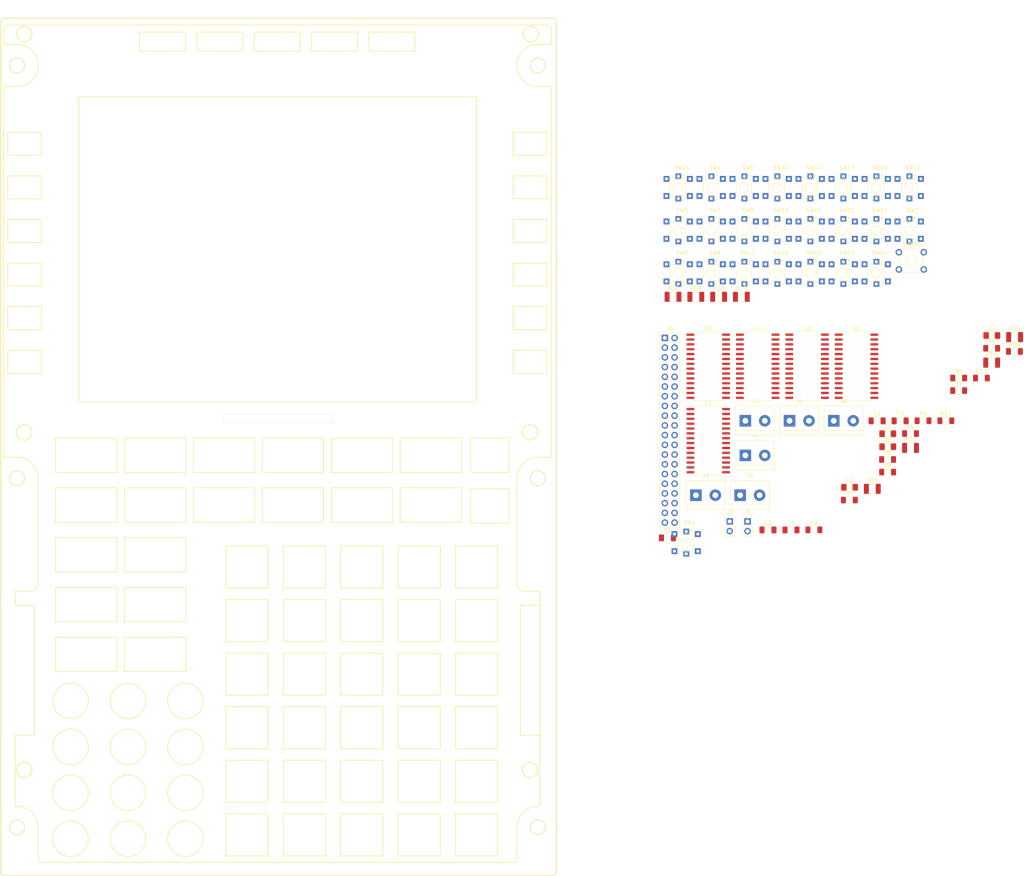
<source format=kicad_pcb>
(kicad_pcb (version 20171130) (host pcbnew "(5.1.9)-1")
  (title_block (title "OpenA3XX MCDU") (date 2021-05-11) (rev 0.1) (company OpenA3XX))
  (layers (0 F.Cu signal) (31 B.Cu signal) (34 B.Paste user) (35 F.Paste user) (36 B.SilkS user) (37 F.SilkS user) (38 B.Mask user) (39 F.Mask user) (44 Edge.Cuts user))
  (net 0 "")
  (net 1 GND)
  (net 2 +5V)
  (net 3 "Net-(D1-Pad1)")
  (net 4 GENERAL_LED)
  (net 5 "Net-(D2-Pad1)")
  (net 6 FAULT_LED)
  (net 7 "Net-(D3-Pad1)")
  (net 8 SIGNAL_LED)
  (net 9 "Net-(D4-Pad1)")
  (net 10 INT_BUS_0)
  (net 11 RESET_SWITCH)
  (net 12 INT_BUS_4)
  (net 13 INT_BUS_3)
  (net 14 INT_BUS_2)
  (net 15 BUSES_RESET)
  (net 16 INT_BUS_1)
  (net 17 SCL)
  (net 18 SDA)
  (net 19 +12V)
  (net 20 /BUS0-0)
  (net 21 /BUS0-1)
  (net 22 "Net-(R13-Pad1)")
  (net 23 /BUS0-2)
  (net 24 /BUS0-3)
  (net 25 /BUS0-4)
  (net 26 "Net-(R14-Pad1)")
  (net 27 /BUS0-5)
  (net 28 /BUS0-6)
  (net 29 /BUS0-7)
  (net 30 "Net-(R15-Pad1)")
  (net 31 /BUS0-8)
  (net 32 /BUS0-9)
  (net 33 /BUS0-10)
  (net 34 "Net-(R16-Pad1)")
  (net 35 /BUS0-11)
  (net 36 /BUS0-15)
  (net 37 /BUS0-14)
  (net 38 /BUS0-13)
  (net 39 /BUS0-12)
  (net 40 /BUS1-7)
  (net 41 /BUS1-6)
  (net 42 /BUS1-5)
  (net 43 /BUS1-4)
  (net 44 /BUS1-3)
  (net 45 /BUS1-2)
  (net 46 /BUS1-1)
  (net 47 /BUS1-0)
  (net 48 "Net-(R17-Pad1)")
  (net 49 "Net-(R18-Pad1)")
  (net 50 "Net-(R19-Pad1)")
  (net 51 "Net-(R20-Pad1)")
  (net 52 "Net-(SW1-Pad4)")
  (net 53 "Net-(SW2-Pad4)")
  (net 54 "Net-(SW2-Pad2)")
  (net 55 "Net-(SW4-Pad4)")
  (net 56 "Net-(SW5-Pad4)")
  (net 57 "Net-(SW7-Pad4)")
  (net 58 "Net-(SW8-Pad4)")
  (net 59 "Net-(SW10-Pad4)")
  (net 60 "Net-(SW11-Pad4)")
  (net 61 "Net-(SW13-Pad4)")
  (net 62 "Net-(SW14-Pad4)")
  (net 63 "Net-(SW14-Pad2)")
  (net 64 "Net-(SW16-Pad4)")
  (net 65 "Net-(SW17-Pad4)")
  (net 66 "Net-(SW19-Pad4)")
  (net 67 "Net-(SW20-Pad4)")
  (net 68 "Net-(SW22-Pad4)")
  (net 69 "Net-(SW23-Pad4)")
  (module Button_Switch_THT:SW_TH_Tactile_Omron_B3F-10xx (layer F.Cu) (at 367.911 89.1472)
    (fp_text reference SW100 (at 3.25 -2.05) (layer F.SilkS))
    (fp_text value SW_MEC_5E)
    (pad 1 thru_hole circle (at 0 0) (size 1.7 1.7) (drill 1) (layers *.Cu *.Mask) (net 1 GND))
    (pad 2 thru_hole circle (at 6.5 0) (size 1.7 1.7) (drill 1) (layers *.Cu *.Mask) (net 1 GND))
    (pad 3 thru_hole circle (at 0 4.5) (size 1.7 1.7) (drill 1) (layers *.Cu *.Mask) (net 11 RESET_SWITCH))
    (pad 4 thru_hole circle (at 6.5 4.5) (size 1.7 1.7) (drill 1) (layers *.Cu *.Mask) (net 11 RESET_SWITCH))
  )
  (module openaa3xx:TACTILE_LED_TH (layer F.Cu) (at 362.927999 88.272199)
    (fp_text reference SW24 (at 0.02 1.07) (layer F.SilkS))
    (fp_text value TLL-6A)
    (fp_text user - (at 0.5 9.3) (layer F.SilkS))
    (fp_text user + (at 0.5 3) (layer F.SilkS))
    (pad 4 thru_hole rect (at -0.9 9.15) (size 1.524 1.524) (drill 0.762) (layers *.Cu *.Mask) (net 51 "Net-(R20-Pad1)") (clearance 0.3))
    (pad 3 thru_hole rect (at -0.9 3.35) (size 1.524 1.524) (drill 0.762) (layers *.Cu *.Mask) (net 69 "Net-(SW23-Pad4)") (clearance 0.3))
    (pad 2 thru_hole rect (at 2.1 8.5) (size 1.524 1.524) (drill 0.762) (layers *.Cu *.Mask) (net 1 GND) (clearance 0.3))
    (pad 2 thru_hole rect (at -4 8.5) (size 1.524 1.524) (drill 0.762) (layers *.Cu *.Mask) (net 1 GND) (clearance 0.3))
    (pad 1 thru_hole rect (at 2.1 4) (size 1.524 1.524) (drill 0.762) (layers *.Cu *.Mask) (net 40 /BUS1-7) (clearance 0.3))
    (pad 1 thru_hole rect (at -4 4) (size 1.524 1.524) (drill 0.762) (layers *.Cu *.Mask) (net 40 /BUS1-7) (clearance 0.3))
  )
  (module openaa3xx:TACTILE_LED_TH (layer F.Cu) (at 371.547999 65.952199)
    (fp_text reference SW23 (at 0.02 1.07) (layer F.SilkS))
    (fp_text value TLL-6A)
    (fp_text user - (at 0.5 9.3) (layer F.SilkS))
    (fp_text user + (at 0.5 3) (layer F.SilkS))
    (pad 4 thru_hole rect (at -0.9 9.15) (size 1.524 1.524) (drill 0.762) (layers *.Cu *.Mask) (net 69 "Net-(SW23-Pad4)") (clearance 0.3))
    (pad 3 thru_hole rect (at -0.9 3.35) (size 1.524 1.524) (drill 0.762) (layers *.Cu *.Mask) (net 68 "Net-(SW22-Pad4)") (clearance 0.3))
    (pad 2 thru_hole rect (at 2.1 8.5) (size 1.524 1.524) (drill 0.762) (layers *.Cu *.Mask) (net 1 GND) (clearance 0.3))
    (pad 2 thru_hole rect (at -4 8.5) (size 1.524 1.524) (drill 0.762) (layers *.Cu *.Mask) (net 1 GND) (clearance 0.3))
    (pad 1 thru_hole rect (at 2.1 4) (size 1.524 1.524) (drill 0.762) (layers *.Cu *.Mask) (net 41 /BUS1-6) (clearance 0.3))
    (pad 1 thru_hole rect (at -4 4) (size 1.524 1.524) (drill 0.762) (layers *.Cu *.Mask) (net 41 /BUS1-6) (clearance 0.3))
  )
  (module openaa3xx:TACTILE_LED_TH (layer F.Cu) (at 354.307999 88.272199)
    (fp_text reference SW22 (at 0.02 1.07) (layer F.SilkS))
    (fp_text value TLL-6A)
    (fp_text user - (at 0.5 9.3) (layer F.SilkS))
    (fp_text user + (at 0.5 3) (layer F.SilkS))
    (pad 4 thru_hole rect (at -0.9 9.15) (size 1.524 1.524) (drill 0.762) (layers *.Cu *.Mask) (net 68 "Net-(SW22-Pad4)") (clearance 0.3))
    (pad 3 thru_hole rect (at -0.9 3.35) (size 1.524 1.524) (drill 0.762) (layers *.Cu *.Mask) (net 19 +12V) (clearance 0.3))
    (pad 2 thru_hole rect (at 2.1 8.5) (size 1.524 1.524) (drill 0.762) (layers *.Cu *.Mask) (net 1 GND) (clearance 0.3))
    (pad 2 thru_hole rect (at -4 8.5) (size 1.524 1.524) (drill 0.762) (layers *.Cu *.Mask) (net 1 GND) (clearance 0.3))
    (pad 1 thru_hole rect (at 2.1 4) (size 1.524 1.524) (drill 0.762) (layers *.Cu *.Mask) (net 42 /BUS1-5) (clearance 0.3))
    (pad 1 thru_hole rect (at -4 4) (size 1.524 1.524) (drill 0.762) (layers *.Cu *.Mask) (net 42 /BUS1-5) (clearance 0.3))
  )
  (module openaa3xx:TACTILE_LED_TH (layer F.Cu) (at 362.927999 77.112199)
    (fp_text reference SW21 (at 0.02 1.07) (layer F.SilkS))
    (fp_text value TLL-6A)
    (fp_text user - (at 0.5 9.3) (layer F.SilkS))
    (fp_text user + (at 0.5 3) (layer F.SilkS))
    (pad 4 thru_hole rect (at -0.9 9.15) (size 1.524 1.524) (drill 0.762) (layers *.Cu *.Mask) (net 50 "Net-(R19-Pad1)") (clearance 0.3))
    (pad 3 thru_hole rect (at -0.9 3.35) (size 1.524 1.524) (drill 0.762) (layers *.Cu *.Mask) (net 67 "Net-(SW20-Pad4)") (clearance 0.3))
    (pad 2 thru_hole rect (at 2.1 8.5) (size 1.524 1.524) (drill 0.762) (layers *.Cu *.Mask) (net 1 GND) (clearance 0.3))
    (pad 2 thru_hole rect (at -4 8.5) (size 1.524 1.524) (drill 0.762) (layers *.Cu *.Mask) (net 1 GND) (clearance 0.3))
    (pad 1 thru_hole rect (at 2.1 4) (size 1.524 1.524) (drill 0.762) (layers *.Cu *.Mask) (net 43 /BUS1-4) (clearance 0.3))
    (pad 1 thru_hole rect (at -4 4) (size 1.524 1.524) (drill 0.762) (layers *.Cu *.Mask) (net 43 /BUS1-4) (clearance 0.3))
  )
  (module openaa3xx:TACTILE_LED_TH (layer F.Cu) (at 354.307999 77.112199)
    (fp_text reference SW20 (at 0.02 1.07) (layer F.SilkS))
    (fp_text value TLL-6A)
    (fp_text user - (at 0.5 9.3) (layer F.SilkS))
    (fp_text user + (at 0.5 3) (layer F.SilkS))
    (pad 4 thru_hole rect (at -0.9 9.15) (size 1.524 1.524) (drill 0.762) (layers *.Cu *.Mask) (net 67 "Net-(SW20-Pad4)") (clearance 0.3))
    (pad 3 thru_hole rect (at -0.9 3.35) (size 1.524 1.524) (drill 0.762) (layers *.Cu *.Mask) (net 66 "Net-(SW19-Pad4)") (clearance 0.3))
    (pad 2 thru_hole rect (at 2.1 8.5) (size 1.524 1.524) (drill 0.762) (layers *.Cu *.Mask) (net 1 GND) (clearance 0.3))
    (pad 2 thru_hole rect (at -4 8.5) (size 1.524 1.524) (drill 0.762) (layers *.Cu *.Mask) (net 1 GND) (clearance 0.3))
    (pad 1 thru_hole rect (at 2.1 4) (size 1.524 1.524) (drill 0.762) (layers *.Cu *.Mask) (net 44 /BUS1-3) (clearance 0.3))
    (pad 1 thru_hole rect (at -4 4) (size 1.524 1.524) (drill 0.762) (layers *.Cu *.Mask) (net 44 /BUS1-3) (clearance 0.3))
  )
  (module openaa3xx:TACTILE_LED_TH (layer F.Cu) (at 362.927999 65.952199)
    (fp_text reference SW19 (at 0.02 1.07) (layer F.SilkS))
    (fp_text value TLL-6A)
    (fp_text user - (at 0.5 9.3) (layer F.SilkS))
    (fp_text user + (at 0.5 3) (layer F.SilkS))
    (pad 4 thru_hole rect (at -0.9 9.15) (size 1.524 1.524) (drill 0.762) (layers *.Cu *.Mask) (net 66 "Net-(SW19-Pad4)") (clearance 0.3))
    (pad 3 thru_hole rect (at -0.9 3.35) (size 1.524 1.524) (drill 0.762) (layers *.Cu *.Mask) (net 19 +12V) (clearance 0.3))
    (pad 2 thru_hole rect (at 2.1 8.5) (size 1.524 1.524) (drill 0.762) (layers *.Cu *.Mask) (net 1 GND) (clearance 0.3))
    (pad 2 thru_hole rect (at -4 8.5) (size 1.524 1.524) (drill 0.762) (layers *.Cu *.Mask) (net 1 GND) (clearance 0.3))
    (pad 1 thru_hole rect (at 2.1 4) (size 1.524 1.524) (drill 0.762) (layers *.Cu *.Mask) (net 45 /BUS1-2) (clearance 0.3))
    (pad 1 thru_hole rect (at -4 4) (size 1.524 1.524) (drill 0.762) (layers *.Cu *.Mask) (net 45 /BUS1-2) (clearance 0.3))
  )
  (module openaa3xx:TACTILE_LED_TH (layer F.Cu) (at 345.687999 88.272199)
    (fp_text reference SW18 (at 0.02 1.07) (layer F.SilkS))
    (fp_text value TLL-6A)
    (fp_text user - (at 0.5 9.3) (layer F.SilkS))
    (fp_text user + (at 0.5 3) (layer F.SilkS))
    (pad 4 thru_hole rect (at -0.9 9.15) (size 1.524 1.524) (drill 0.762) (layers *.Cu *.Mask) (net 49 "Net-(R18-Pad1)") (clearance 0.3))
    (pad 3 thru_hole rect (at -0.9 3.35) (size 1.524 1.524) (drill 0.762) (layers *.Cu *.Mask) (net 65 "Net-(SW17-Pad4)") (clearance 0.3))
    (pad 2 thru_hole rect (at 2.1 8.5) (size 1.524 1.524) (drill 0.762) (layers *.Cu *.Mask) (net 1 GND) (clearance 0.3))
    (pad 2 thru_hole rect (at -4 8.5) (size 1.524 1.524) (drill 0.762) (layers *.Cu *.Mask) (net 1 GND) (clearance 0.3))
    (pad 1 thru_hole rect (at 2.1 4) (size 1.524 1.524) (drill 0.762) (layers *.Cu *.Mask) (net 46 /BUS1-1) (clearance 0.3))
    (pad 1 thru_hole rect (at -4 4) (size 1.524 1.524) (drill 0.762) (layers *.Cu *.Mask) (net 46 /BUS1-1) (clearance 0.3))
  )
  (module openaa3xx:TACTILE_LED_TH (layer F.Cu) (at 354.307999 65.952199)
    (fp_text reference SW17 (at 0.02 1.07) (layer F.SilkS))
    (fp_text value TLL-6A)
    (fp_text user - (at 0.5 9.3) (layer F.SilkS))
    (fp_text user + (at 0.5 3) (layer F.SilkS))
    (pad 4 thru_hole rect (at -0.9 9.15) (size 1.524 1.524) (drill 0.762) (layers *.Cu *.Mask) (net 65 "Net-(SW17-Pad4)") (clearance 0.3))
    (pad 3 thru_hole rect (at -0.9 3.35) (size 1.524 1.524) (drill 0.762) (layers *.Cu *.Mask) (net 64 "Net-(SW16-Pad4)") (clearance 0.3))
    (pad 2 thru_hole rect (at 2.1 8.5) (size 1.524 1.524) (drill 0.762) (layers *.Cu *.Mask) (net 1 GND) (clearance 0.3))
    (pad 2 thru_hole rect (at -4 8.5) (size 1.524 1.524) (drill 0.762) (layers *.Cu *.Mask) (net 1 GND) (clearance 0.3))
    (pad 1 thru_hole rect (at 2.1 4) (size 1.524 1.524) (drill 0.762) (layers *.Cu *.Mask) (net 47 /BUS1-0) (clearance 0.3))
    (pad 1 thru_hole rect (at -4 4) (size 1.524 1.524) (drill 0.762) (layers *.Cu *.Mask) (net 47 /BUS1-0) (clearance 0.3))
  )
  (module openaa3xx:TACTILE_LED_TH (layer F.Cu) (at 337.067999 88.272199)
    (fp_text reference SW16 (at 0.02 1.07) (layer F.SilkS))
    (fp_text value TLL-6A)
    (fp_text user - (at 0.5 9.3) (layer F.SilkS))
    (fp_text user + (at 0.5 3) (layer F.SilkS))
    (pad 4 thru_hole rect (at -0.9 9.15) (size 1.524 1.524) (drill 0.762) (layers *.Cu *.Mask) (net 64 "Net-(SW16-Pad4)") (clearance 0.3))
    (pad 3 thru_hole rect (at -0.9 3.35) (size 1.524 1.524) (drill 0.762) (layers *.Cu *.Mask) (net 19 +12V) (clearance 0.3))
    (pad 2 thru_hole rect (at 2.1 8.5) (size 1.524 1.524) (drill 0.762) (layers *.Cu *.Mask) (net 1 GND) (clearance 0.3))
    (pad 2 thru_hole rect (at -4 8.5) (size 1.524 1.524) (drill 0.762) (layers *.Cu *.Mask) (net 1 GND) (clearance 0.3))
    (pad 1 thru_hole rect (at 2.1 4) (size 1.524 1.524) (drill 0.762) (layers *.Cu *.Mask) (net 36 /BUS0-15) (clearance 0.3))
    (pad 1 thru_hole rect (at -4 4) (size 1.524 1.524) (drill 0.762) (layers *.Cu *.Mask) (net 36 /BUS0-15) (clearance 0.3))
  )
  (module openaa3xx:TACTILE_LED_TH (layer F.Cu) (at 345.687999 77.112199)
    (fp_text reference SW15 (at 0.02 1.07) (layer F.SilkS))
    (fp_text value TLL-6A)
    (fp_text user - (at 0.5 9.3) (layer F.SilkS))
    (fp_text user + (at 0.5 3) (layer F.SilkS))
    (pad 4 thru_hole rect (at -0.9 9.15) (size 1.524 1.524) (drill 0.762) (layers *.Cu *.Mask) (net 48 "Net-(R17-Pad1)") (clearance 0.3))
    (pad 3 thru_hole rect (at -0.9 3.35) (size 1.524 1.524) (drill 0.762) (layers *.Cu *.Mask) (net 62 "Net-(SW14-Pad4)") (clearance 0.3))
    (pad 2 thru_hole rect (at 2.1 8.5) (size 1.524 1.524) (drill 0.762) (layers *.Cu *.Mask) (net 1 GND) (clearance 0.3))
    (pad 2 thru_hole rect (at -4 8.5) (size 1.524 1.524) (drill 0.762) (layers *.Cu *.Mask) (net 1 GND) (clearance 0.3))
    (pad 1 thru_hole rect (at 2.1 4) (size 1.524 1.524) (drill 0.762) (layers *.Cu *.Mask) (net 37 /BUS0-14) (clearance 0.3))
    (pad 1 thru_hole rect (at -4 4) (size 1.524 1.524) (drill 0.762) (layers *.Cu *.Mask) (net 37 /BUS0-14) (clearance 0.3))
  )
  (module openaa3xx:TACTILE_LED_TH (layer F.Cu) (at 311.207999 65.952199)
    (fp_text reference SW14 (at 0.02 1.07) (layer F.SilkS))
    (fp_text value TLL-6A)
    (fp_text user - (at 0.5 9.3) (layer F.SilkS))
    (fp_text user + (at 0.5 3) (layer F.SilkS))
    (pad 4 thru_hole rect (at -0.9 9.15) (size 1.524 1.524) (drill 0.762) (layers *.Cu *.Mask) (net 62 "Net-(SW14-Pad4)") (clearance 0.3))
    (pad 3 thru_hole rect (at -0.9 3.35) (size 1.524 1.524) (drill 0.762) (layers *.Cu *.Mask) (net 61 "Net-(SW13-Pad4)") (clearance 0.3))
    (pad 2 thru_hole rect (at 2.1 8.5) (size 1.524 1.524) (drill 0.762) (layers *.Cu *.Mask) (net 63 "Net-(SW14-Pad2)") (clearance 0.3))
    (pad 2 thru_hole rect (at -4 8.5) (size 1.524 1.524) (drill 0.762) (layers *.Cu *.Mask) (net 63 "Net-(SW14-Pad2)") (clearance 0.3))
    (pad 1 thru_hole rect (at 2.1 4) (size 1.524 1.524) (drill 0.762) (layers *.Cu *.Mask) (net 38 /BUS0-13) (clearance 0.3))
    (pad 1 thru_hole rect (at -4 4) (size 1.524 1.524) (drill 0.762) (layers *.Cu *.Mask) (net 38 /BUS0-13) (clearance 0.3))
  )
  (module openaa3xx:TACTILE_LED_TH (layer F.Cu) (at 337.067999 77.112199)
    (fp_text reference SW13 (at 0.02 1.07) (layer F.SilkS))
    (fp_text value TLL-6A)
    (fp_text user - (at 0.5 9.3) (layer F.SilkS))
    (fp_text user + (at 0.5 3) (layer F.SilkS))
    (pad 4 thru_hole rect (at -0.9 9.15) (size 1.524 1.524) (drill 0.762) (layers *.Cu *.Mask) (net 61 "Net-(SW13-Pad4)") (clearance 0.3))
    (pad 3 thru_hole rect (at -0.9 3.35) (size 1.524 1.524) (drill 0.762) (layers *.Cu *.Mask) (net 19 +12V) (clearance 0.3))
    (pad 2 thru_hole rect (at 2.1 8.5) (size 1.524 1.524) (drill 0.762) (layers *.Cu *.Mask) (net 1 GND) (clearance 0.3))
    (pad 2 thru_hole rect (at -4 8.5) (size 1.524 1.524) (drill 0.762) (layers *.Cu *.Mask) (net 1 GND) (clearance 0.3))
    (pad 1 thru_hole rect (at 2.1 4) (size 1.524 1.524) (drill 0.762) (layers *.Cu *.Mask) (net 39 /BUS0-12) (clearance 0.3))
    (pad 1 thru_hole rect (at -4 4) (size 1.524 1.524) (drill 0.762) (layers *.Cu *.Mask) (net 39 /BUS0-12) (clearance 0.3))
  )
  (module openaa3xx:TACTILE_LED_TH (layer F.Cu) (at 345.687999 65.952199)
    (fp_text reference SW12 (at 0.02 1.07) (layer F.SilkS))
    (fp_text value TLL-6A)
    (fp_text user - (at 0.5 9.3) (layer F.SilkS))
    (fp_text user + (at 0.5 3) (layer F.SilkS))
    (pad 4 thru_hole rect (at -0.9 9.15) (size 1.524 1.524) (drill 0.762) (layers *.Cu *.Mask) (net 34 "Net-(R16-Pad1)") (clearance 0.3))
    (pad 3 thru_hole rect (at -0.9 3.35) (size 1.524 1.524) (drill 0.762) (layers *.Cu *.Mask) (net 60 "Net-(SW11-Pad4)") (clearance 0.3))
    (pad 2 thru_hole rect (at 2.1 8.5) (size 1.524 1.524) (drill 0.762) (layers *.Cu *.Mask) (net 1 GND) (clearance 0.3))
    (pad 2 thru_hole rect (at -4 8.5) (size 1.524 1.524) (drill 0.762) (layers *.Cu *.Mask) (net 1 GND) (clearance 0.3))
    (pad 1 thru_hole rect (at 2.1 4) (size 1.524 1.524) (drill 0.762) (layers *.Cu *.Mask) (net 35 /BUS0-11) (clearance 0.3))
    (pad 1 thru_hole rect (at -4 4) (size 1.524 1.524) (drill 0.762) (layers *.Cu *.Mask) (net 35 /BUS0-11) (clearance 0.3))
  )
  (module openaa3xx:TACTILE_LED_TH (layer F.Cu) (at 328.447999 88.272199)
    (fp_text reference SW11 (at 0.02 1.07) (layer F.SilkS))
    (fp_text value TLL-6A)
    (fp_text user - (at 0.5 9.3) (layer F.SilkS))
    (fp_text user + (at 0.5 3) (layer F.SilkS))
    (pad 4 thru_hole rect (at -0.9 9.15) (size 1.524 1.524) (drill 0.762) (layers *.Cu *.Mask) (net 60 "Net-(SW11-Pad4)") (clearance 0.3))
    (pad 3 thru_hole rect (at -0.9 3.35) (size 1.524 1.524) (drill 0.762) (layers *.Cu *.Mask) (net 59 "Net-(SW10-Pad4)") (clearance 0.3))
    (pad 2 thru_hole rect (at 2.1 8.5) (size 1.524 1.524) (drill 0.762) (layers *.Cu *.Mask) (net 1 GND) (clearance 0.3))
    (pad 2 thru_hole rect (at -4 8.5) (size 1.524 1.524) (drill 0.762) (layers *.Cu *.Mask) (net 1 GND) (clearance 0.3))
    (pad 1 thru_hole rect (at 2.1 4) (size 1.524 1.524) (drill 0.762) (layers *.Cu *.Mask) (net 33 /BUS0-10) (clearance 0.3))
    (pad 1 thru_hole rect (at -4 4) (size 1.524 1.524) (drill 0.762) (layers *.Cu *.Mask) (net 33 /BUS0-10) (clearance 0.3))
  )
  (module openaa3xx:TACTILE_LED_TH (layer F.Cu) (at 337.067999 65.952199)
    (fp_text reference SW10 (at 0.02 1.07) (layer F.SilkS))
    (fp_text value TLL-6A)
    (fp_text user - (at 0.5 9.3) (layer F.SilkS))
    (fp_text user + (at 0.5 3) (layer F.SilkS))
    (pad 4 thru_hole rect (at -0.9 9.15) (size 1.524 1.524) (drill 0.762) (layers *.Cu *.Mask) (net 59 "Net-(SW10-Pad4)") (clearance 0.3))
    (pad 3 thru_hole rect (at -0.9 3.35) (size 1.524 1.524) (drill 0.762) (layers *.Cu *.Mask) (net 19 +12V) (clearance 0.3))
    (pad 2 thru_hole rect (at 2.1 8.5) (size 1.524 1.524) (drill 0.762) (layers *.Cu *.Mask) (net 1 GND) (clearance 0.3))
    (pad 2 thru_hole rect (at -4 8.5) (size 1.524 1.524) (drill 0.762) (layers *.Cu *.Mask) (net 1 GND) (clearance 0.3))
    (pad 1 thru_hole rect (at 2.1 4) (size 1.524 1.524) (drill 0.762) (layers *.Cu *.Mask) (net 32 /BUS0-9) (clearance 0.3))
    (pad 1 thru_hole rect (at -4 4) (size 1.524 1.524) (drill 0.762) (layers *.Cu *.Mask) (net 32 /BUS0-9) (clearance 0.3))
  )
  (module openaa3xx:TACTILE_LED_TH (layer F.Cu) (at 319.827999 88.272199)
    (fp_text reference SW9 (at 0.02 1.07) (layer F.SilkS))
    (fp_text value TLL-6A)
    (fp_text user - (at 0.5 9.3) (layer F.SilkS))
    (fp_text user + (at 0.5 3) (layer F.SilkS))
    (pad 4 thru_hole rect (at -0.9 9.15) (size 1.524 1.524) (drill 0.762) (layers *.Cu *.Mask) (net 30 "Net-(R15-Pad1)") (clearance 0.3))
    (pad 3 thru_hole rect (at -0.9 3.35) (size 1.524 1.524) (drill 0.762) (layers *.Cu *.Mask) (net 58 "Net-(SW8-Pad4)") (clearance 0.3))
    (pad 2 thru_hole rect (at 2.1 8.5) (size 1.524 1.524) (drill 0.762) (layers *.Cu *.Mask) (net 1 GND) (clearance 0.3))
    (pad 2 thru_hole rect (at -4 8.5) (size 1.524 1.524) (drill 0.762) (layers *.Cu *.Mask) (net 1 GND) (clearance 0.3))
    (pad 1 thru_hole rect (at 2.1 4) (size 1.524 1.524) (drill 0.762) (layers *.Cu *.Mask) (net 31 /BUS0-8) (clearance 0.3))
    (pad 1 thru_hole rect (at -4 4) (size 1.524 1.524) (drill 0.762) (layers *.Cu *.Mask) (net 31 /BUS0-8) (clearance 0.3))
  )
  (module openaa3xx:TACTILE_LED_TH (layer F.Cu) (at 328.447999 77.112199)
    (fp_text reference SW8 (at 0.02 1.07) (layer F.SilkS))
    (fp_text value TLL-6A)
    (fp_text user - (at 0.5 9.3) (layer F.SilkS))
    (fp_text user + (at 0.5 3) (layer F.SilkS))
    (pad 4 thru_hole rect (at -0.9 9.15) (size 1.524 1.524) (drill 0.762) (layers *.Cu *.Mask) (net 58 "Net-(SW8-Pad4)") (clearance 0.3))
    (pad 3 thru_hole rect (at -0.9 3.35) (size 1.524 1.524) (drill 0.762) (layers *.Cu *.Mask) (net 57 "Net-(SW7-Pad4)") (clearance 0.3))
    (pad 2 thru_hole rect (at 2.1 8.5) (size 1.524 1.524) (drill 0.762) (layers *.Cu *.Mask) (net 1 GND) (clearance 0.3))
    (pad 2 thru_hole rect (at -4 8.5) (size 1.524 1.524) (drill 0.762) (layers *.Cu *.Mask) (net 1 GND) (clearance 0.3))
    (pad 1 thru_hole rect (at 2.1 4) (size 1.524 1.524) (drill 0.762) (layers *.Cu *.Mask) (net 29 /BUS0-7) (clearance 0.3))
    (pad 1 thru_hole rect (at -4 4) (size 1.524 1.524) (drill 0.762) (layers *.Cu *.Mask) (net 29 /BUS0-7) (clearance 0.3))
  )
  (module openaa3xx:TACTILE_LED_TH (layer F.Cu) (at 319.827999 77.112199)
    (fp_text reference SW7 (at 0.02 1.07) (layer F.SilkS))
    (fp_text value TLL-6A)
    (fp_text user - (at 0.5 9.3) (layer F.SilkS))
    (fp_text user + (at 0.5 3) (layer F.SilkS))
    (pad 4 thru_hole rect (at -0.9 9.15) (size 1.524 1.524) (drill 0.762) (layers *.Cu *.Mask) (net 57 "Net-(SW7-Pad4)") (clearance 0.3))
    (pad 3 thru_hole rect (at -0.9 3.35) (size 1.524 1.524) (drill 0.762) (layers *.Cu *.Mask) (net 19 +12V) (clearance 0.3))
    (pad 2 thru_hole rect (at 2.1 8.5) (size 1.524 1.524) (drill 0.762) (layers *.Cu *.Mask) (net 1 GND) (clearance 0.3))
    (pad 2 thru_hole rect (at -4 8.5) (size 1.524 1.524) (drill 0.762) (layers *.Cu *.Mask) (net 1 GND) (clearance 0.3))
    (pad 1 thru_hole rect (at 2.1 4) (size 1.524 1.524) (drill 0.762) (layers *.Cu *.Mask) (net 28 /BUS0-6) (clearance 0.3))
    (pad 1 thru_hole rect (at -4 4) (size 1.524 1.524) (drill 0.762) (layers *.Cu *.Mask) (net 28 /BUS0-6) (clearance 0.3))
  )
  (module openaa3xx:TACTILE_LED_TH (layer F.Cu) (at 328.447999 65.952199)
    (fp_text reference SW6 (at 0.02 1.07) (layer F.SilkS))
    (fp_text value TLL-6A)
    (fp_text user - (at 0.5 9.3) (layer F.SilkS))
    (fp_text user + (at 0.5 3) (layer F.SilkS))
    (pad 4 thru_hole rect (at -0.9 9.15) (size 1.524 1.524) (drill 0.762) (layers *.Cu *.Mask) (net 26 "Net-(R14-Pad1)") (clearance 0.3))
    (pad 3 thru_hole rect (at -0.9 3.35) (size 1.524 1.524) (drill 0.762) (layers *.Cu *.Mask) (net 56 "Net-(SW5-Pad4)") (clearance 0.3))
    (pad 2 thru_hole rect (at 2.1 8.5) (size 1.524 1.524) (drill 0.762) (layers *.Cu *.Mask) (net 1 GND) (clearance 0.3))
    (pad 2 thru_hole rect (at -4 8.5) (size 1.524 1.524) (drill 0.762) (layers *.Cu *.Mask) (net 1 GND) (clearance 0.3))
    (pad 1 thru_hole rect (at 2.1 4) (size 1.524 1.524) (drill 0.762) (layers *.Cu *.Mask) (net 27 /BUS0-5) (clearance 0.3))
    (pad 1 thru_hole rect (at -4 4) (size 1.524 1.524) (drill 0.762) (layers *.Cu *.Mask) (net 27 /BUS0-5) (clearance 0.3))
  )
  (module openaa3xx:TACTILE_LED_TH (layer F.Cu) (at 311.207999 88.272199)
    (fp_text reference SW5 (at 0.02 1.07) (layer F.SilkS))
    (fp_text value TLL-6A)
    (fp_text user - (at 0.5 9.3) (layer F.SilkS))
    (fp_text user + (at 0.5 3) (layer F.SilkS))
    (pad 4 thru_hole rect (at -0.9 9.15) (size 1.524 1.524) (drill 0.762) (layers *.Cu *.Mask) (net 56 "Net-(SW5-Pad4)") (clearance 0.3))
    (pad 3 thru_hole rect (at -0.9 3.35) (size 1.524 1.524) (drill 0.762) (layers *.Cu *.Mask) (net 55 "Net-(SW4-Pad4)") (clearance 0.3))
    (pad 2 thru_hole rect (at 2.1 8.5) (size 1.524 1.524) (drill 0.762) (layers *.Cu *.Mask) (net 1 GND) (clearance 0.3))
    (pad 2 thru_hole rect (at -4 8.5) (size 1.524 1.524) (drill 0.762) (layers *.Cu *.Mask) (net 1 GND) (clearance 0.3))
    (pad 1 thru_hole rect (at 2.1 4) (size 1.524 1.524) (drill 0.762) (layers *.Cu *.Mask) (net 25 /BUS0-4) (clearance 0.3))
    (pad 1 thru_hole rect (at -4 4) (size 1.524 1.524) (drill 0.762) (layers *.Cu *.Mask) (net 25 /BUS0-4) (clearance 0.3))
  )
  (module openaa3xx:TACTILE_LED_TH (layer F.Cu) (at 319.827999 65.952199)
    (fp_text reference SW4 (at 0.02 1.07) (layer F.SilkS))
    (fp_text value TLL-6A)
    (fp_text user - (at 0.5 9.3) (layer F.SilkS))
    (fp_text user + (at 0.5 3) (layer F.SilkS))
    (pad 4 thru_hole rect (at -0.9 9.15) (size 1.524 1.524) (drill 0.762) (layers *.Cu *.Mask) (net 55 "Net-(SW4-Pad4)") (clearance 0.3))
    (pad 3 thru_hole rect (at -0.9 3.35) (size 1.524 1.524) (drill 0.762) (layers *.Cu *.Mask) (net 19 +12V) (clearance 0.3))
    (pad 2 thru_hole rect (at 2.1 8.5) (size 1.524 1.524) (drill 0.762) (layers *.Cu *.Mask) (net 1 GND) (clearance 0.3))
    (pad 2 thru_hole rect (at -4 8.5) (size 1.524 1.524) (drill 0.762) (layers *.Cu *.Mask) (net 1 GND) (clearance 0.3))
    (pad 1 thru_hole rect (at 2.1 4) (size 1.524 1.524) (drill 0.762) (layers *.Cu *.Mask) (net 24 /BUS0-3) (clearance 0.3))
    (pad 1 thru_hole rect (at -4 4) (size 1.524 1.524) (drill 0.762) (layers *.Cu *.Mask) (net 24 /BUS0-3) (clearance 0.3))
  )
  (module openaa3xx:TACTILE_LED_TH (layer F.Cu) (at 311.207999 77.112199)
    (fp_text reference SW3 (at 0.02 1.07) (layer F.SilkS))
    (fp_text value TLL-6A)
    (fp_text user - (at 0.5 9.3) (layer F.SilkS))
    (fp_text user + (at 0.5 3) (layer F.SilkS))
    (pad 4 thru_hole rect (at -0.9 9.15) (size 1.524 1.524) (drill 0.762) (layers *.Cu *.Mask) (net 22 "Net-(R13-Pad1)") (clearance 0.3))
    (pad 3 thru_hole rect (at -0.9 3.35) (size 1.524 1.524) (drill 0.762) (layers *.Cu *.Mask) (net 53 "Net-(SW2-Pad4)") (clearance 0.3))
    (pad 2 thru_hole rect (at 2.1 8.5) (size 1.524 1.524) (drill 0.762) (layers *.Cu *.Mask) (net 1 GND) (clearance 0.3))
    (pad 2 thru_hole rect (at -4 8.5) (size 1.524 1.524) (drill 0.762) (layers *.Cu *.Mask) (net 1 GND) (clearance 0.3))
    (pad 1 thru_hole rect (at 2.1 4) (size 1.524 1.524) (drill 0.762) (layers *.Cu *.Mask) (net 23 /BUS0-2) (clearance 0.3))
    (pad 1 thru_hole rect (at -4 4) (size 1.524 1.524) (drill 0.762) (layers *.Cu *.Mask) (net 23 /BUS0-2) (clearance 0.3))
  )
  (module openaa3xx:TACTILE_LED_TH (layer F.Cu) (at 371.547999 77.112199)
    (fp_text reference SW2 (at 0.02 1.07) (layer F.SilkS))
    (fp_text value TLL-6A)
    (fp_text user - (at 0.5 9.3) (layer F.SilkS))
    (fp_text user + (at 0.5 3) (layer F.SilkS))
    (pad 4 thru_hole rect (at -0.9 9.15) (size 1.524 1.524) (drill 0.762) (layers *.Cu *.Mask) (net 53 "Net-(SW2-Pad4)") (clearance 0.3))
    (pad 3 thru_hole rect (at -0.9 3.35) (size 1.524 1.524) (drill 0.762) (layers *.Cu *.Mask) (net 52 "Net-(SW1-Pad4)") (clearance 0.3))
    (pad 2 thru_hole rect (at 2.1 8.5) (size 1.524 1.524) (drill 0.762) (layers *.Cu *.Mask) (net 54 "Net-(SW2-Pad2)") (clearance 0.3))
    (pad 2 thru_hole rect (at -4 8.5) (size 1.524 1.524) (drill 0.762) (layers *.Cu *.Mask) (net 54 "Net-(SW2-Pad2)") (clearance 0.3))
    (pad 1 thru_hole rect (at 2.1 4) (size 1.524 1.524) (drill 0.762) (layers *.Cu *.Mask) (net 21 /BUS0-1) (clearance 0.3))
    (pad 1 thru_hole rect (at -4 4) (size 1.524 1.524) (drill 0.762) (layers *.Cu *.Mask) (net 21 /BUS0-1) (clearance 0.3))
  )
  (module openaa3xx:TACTILE_LED_TH (layer F.Cu) (at 313.287 158.7792)
    (fp_text reference SW1 (at 0.02 1.07) (layer F.SilkS))
    (fp_text value TLL-6A)
    (fp_text user - (at 0.5 9.3) (layer F.SilkS))
    (fp_text user + (at 0.5 3) (layer F.SilkS))
    (pad 4 thru_hole rect (at -0.9 9.15) (size 1.524 1.524) (drill 0.762) (layers *.Cu *.Mask) (net 52 "Net-(SW1-Pad4)") (clearance 0.3))
    (pad 3 thru_hole rect (at -0.9 3.35) (size 1.524 1.524) (drill 0.762) (layers *.Cu *.Mask) (net 19 +12V) (clearance 0.3))
    (pad 2 thru_hole rect (at 2.1 8.5) (size 1.524 1.524) (drill 0.762) (layers *.Cu *.Mask) (net 1 GND) (clearance 0.3))
    (pad 2 thru_hole rect (at -4 8.5) (size 1.524 1.524) (drill 0.762) (layers *.Cu *.Mask) (net 1 GND) (clearance 0.3))
    (pad 1 thru_hole rect (at 2.1 4) (size 1.524 1.524) (drill 0.762) (layers *.Cu *.Mask) (net 20 /BUS0-0) (clearance 0.3))
    (pad 1 thru_hole rect (at -4 4) (size 1.524 1.524) (drill 0.762) (layers *.Cu *.Mask) (net 20 /BUS0-0) (clearance 0.3))
  )
  (module Resistor_SMD:R_1210_3225Metric_Pad1.30x2.65mm_HandSolder (layer F.Cu) (at 320.821 100.7872)
    (fp_text reference R20 (at 0 -2.28) (layer F.SilkS))
    (fp_text value 220R)
    (pad 2 smd roundrect (at 1.55 0) (size 1.3 2.65) (layers F.Cu F.Paste F.Mask) (roundrect_rratio 0.192308) (net 1 GND))
    (pad 1 smd roundrect (at -1.55 0) (size 1.3 2.65) (layers F.Cu F.Paste F.Mask) (roundrect_rratio 0.192308) (net 51 "Net-(R20-Pad1)"))
  )
  (module Resistor_SMD:R_1210_3225Metric_Pad1.30x2.65mm_HandSolder (layer F.Cu) (at 314.871 100.7872)
    (fp_text reference R19 (at 0 -2.28) (layer F.SilkS))
    (fp_text value 220R)
    (pad 2 smd roundrect (at 1.55 0) (size 1.3 2.65) (layers F.Cu F.Paste F.Mask) (roundrect_rratio 0.192308) (net 1 GND))
    (pad 1 smd roundrect (at -1.55 0) (size 1.3 2.65) (layers F.Cu F.Paste F.Mask) (roundrect_rratio 0.192308) (net 50 "Net-(R19-Pad1)"))
  )
  (module Resistor_SMD:R_1210_3225Metric_Pad1.30x2.65mm_HandSolder (layer F.Cu) (at 308.921 100.7872)
    (fp_text reference R18 (at 0 -2.28) (layer F.SilkS))
    (fp_text value 220R)
    (pad 2 smd roundrect (at 1.55 0) (size 1.3 2.65) (layers F.Cu F.Paste F.Mask) (roundrect_rratio 0.192308) (net 1 GND))
    (pad 1 smd roundrect (at -1.55 0) (size 1.3 2.65) (layers F.Cu F.Paste F.Mask) (roundrect_rratio 0.192308) (net 49 "Net-(R18-Pad1)"))
  )
  (module Resistor_SMD:R_1210_3225Metric_Pad1.30x2.65mm_HandSolder (layer F.Cu) (at 326.771 100.7872)
    (fp_text reference R17 (at 0 -2.28) (layer F.SilkS))
    (fp_text value 220R)
    (pad 2 smd roundrect (at 1.55 0) (size 1.3 2.65) (layers F.Cu F.Paste F.Mask) (roundrect_rratio 0.192308) (net 1 GND))
    (pad 1 smd roundrect (at -1.55 0) (size 1.3 2.65) (layers F.Cu F.Paste F.Mask) (roundrect_rratio 0.192308) (net 48 "Net-(R17-Pad1)"))
  )
  (module Package_SO:SOIC-28W_7.5x17.9mm_P1.27mm (layer F.Cu) (at 318.117 118.9292)
    (fp_text reference U5 (at 0 -9.9) (layer F.SilkS))
    (fp_text value MCP23017_SO)
    (pad 28 smd roundrect (at 4.65 -8.255) (size 2.05 0.6) (layers F.Cu F.Paste F.Mask))
    (pad 27 smd roundrect (at 4.65 -6.985) (size 2.05 0.6) (layers F.Cu F.Paste F.Mask))
    (pad 26 smd roundrect (at 4.65 -5.715) (size 2.05 0.6) (layers F.Cu F.Paste F.Mask))
    (pad 25 smd roundrect (at 4.65 -4.445) (size 2.05 0.6) (layers F.Cu F.Paste F.Mask))
    (pad 24 smd roundrect (at 4.65 -3.175) (size 2.05 0.6) (layers F.Cu F.Paste F.Mask))
    (pad 23 smd roundrect (at 4.65 -1.905) (size 2.05 0.6) (layers F.Cu F.Paste F.Mask))
    (pad 22 smd roundrect (at 4.65 -0.635) (size 2.05 0.6) (layers F.Cu F.Paste F.Mask))
    (pad 21 smd roundrect (at 4.65 0.635) (size 2.05 0.6) (layers F.Cu F.Paste F.Mask))
    (pad 20 smd roundrect (at 4.65 1.905) (size 2.05 0.6) (layers F.Cu F.Paste F.Mask) (net 12 INT_BUS_4))
    (pad 19 smd roundrect (at 4.65 3.175) (size 2.05 0.6) (layers F.Cu F.Paste F.Mask))
    (pad 18 smd roundrect (at 4.65 4.445) (size 2.05 0.6) (layers F.Cu F.Paste F.Mask) (net 15 BUSES_RESET))
    (pad 17 smd roundrect (at 4.65 5.715) (size 2.05 0.6) (layers F.Cu F.Paste F.Mask) (net 2 +5V))
    (pad 16 smd roundrect (at 4.65 6.985) (size 2.05 0.6) (layers F.Cu F.Paste F.Mask) (net 1 GND))
    (pad 15 smd roundrect (at 4.65 8.255) (size 2.05 0.6) (layers F.Cu F.Paste F.Mask) (net 1 GND))
    (pad 14 smd roundrect (at -4.65 8.255) (size 2.05 0.6) (layers F.Cu F.Paste F.Mask))
    (pad 13 smd roundrect (at -4.65 6.985) (size 2.05 0.6) (layers F.Cu F.Paste F.Mask) (net 18 SDA))
    (pad 12 smd roundrect (at -4.65 5.715) (size 2.05 0.6) (layers F.Cu F.Paste F.Mask) (net 17 SCL))
    (pad 11 smd roundrect (at -4.65 4.445) (size 2.05 0.6) (layers F.Cu F.Paste F.Mask))
    (pad 10 smd roundrect (at -4.65 3.175) (size 2.05 0.6) (layers F.Cu F.Paste F.Mask) (net 1 GND))
    (pad 9 smd roundrect (at -4.65 1.905) (size 2.05 0.6) (layers F.Cu F.Paste F.Mask) (net 2 +5V))
    (pad 8 smd roundrect (at -4.65 0.635) (size 2.05 0.6) (layers F.Cu F.Paste F.Mask))
    (pad 7 smd roundrect (at -4.65 -0.635) (size 2.05 0.6) (layers F.Cu F.Paste F.Mask))
    (pad 6 smd roundrect (at -4.65 -1.905) (size 2.05 0.6) (layers F.Cu F.Paste F.Mask))
    (pad 5 smd roundrect (at -4.65 -3.175) (size 2.05 0.6) (layers F.Cu F.Paste F.Mask))
    (pad 4 smd roundrect (at -4.65 -4.445) (size 2.05 0.6) (layers F.Cu F.Paste F.Mask))
    (pad 3 smd roundrect (at -4.65 -5.715) (size 2.05 0.6) (layers F.Cu F.Paste F.Mask))
    (pad 2 smd roundrect (at -4.65 -6.985) (size 2.05 0.6) (layers F.Cu F.Paste F.Mask))
    (pad 1 smd roundrect (at -4.65 -8.255) (size 2.05 0.6) (layers F.Cu F.Paste F.Mask))
  )
  (module Package_SO:SOIC-28W_7.5x17.9mm_P1.27mm (layer F.Cu) (at 331.027 118.9292)
    (fp_text reference U4 (at 0 -9.9) (layer F.SilkS))
    (fp_text value MCP23017_SO)
    (pad 28 smd roundrect (at 4.65 -8.255) (size 2.05 0.6) (layers F.Cu F.Paste F.Mask))
    (pad 27 smd roundrect (at 4.65 -6.985) (size 2.05 0.6) (layers F.Cu F.Paste F.Mask))
    (pad 26 smd roundrect (at 4.65 -5.715) (size 2.05 0.6) (layers F.Cu F.Paste F.Mask))
    (pad 25 smd roundrect (at 4.65 -4.445) (size 2.05 0.6) (layers F.Cu F.Paste F.Mask))
    (pad 24 smd roundrect (at 4.65 -3.175) (size 2.05 0.6) (layers F.Cu F.Paste F.Mask))
    (pad 23 smd roundrect (at 4.65 -1.905) (size 2.05 0.6) (layers F.Cu F.Paste F.Mask))
    (pad 22 smd roundrect (at 4.65 -0.635) (size 2.05 0.6) (layers F.Cu F.Paste F.Mask))
    (pad 21 smd roundrect (at 4.65 0.635) (size 2.05 0.6) (layers F.Cu F.Paste F.Mask))
    (pad 20 smd roundrect (at 4.65 1.905) (size 2.05 0.6) (layers F.Cu F.Paste F.Mask) (net 13 INT_BUS_3))
    (pad 19 smd roundrect (at 4.65 3.175) (size 2.05 0.6) (layers F.Cu F.Paste F.Mask))
    (pad 18 smd roundrect (at 4.65 4.445) (size 2.05 0.6) (layers F.Cu F.Paste F.Mask) (net 15 BUSES_RESET))
    (pad 17 smd roundrect (at 4.65 5.715) (size 2.05 0.6) (layers F.Cu F.Paste F.Mask) (net 1 GND))
    (pad 16 smd roundrect (at 4.65 6.985) (size 2.05 0.6) (layers F.Cu F.Paste F.Mask) (net 2 +5V))
    (pad 15 smd roundrect (at 4.65 8.255) (size 2.05 0.6) (layers F.Cu F.Paste F.Mask) (net 2 +5V))
    (pad 14 smd roundrect (at -4.65 8.255) (size 2.05 0.6) (layers F.Cu F.Paste F.Mask))
    (pad 13 smd roundrect (at -4.65 6.985) (size 2.05 0.6) (layers F.Cu F.Paste F.Mask) (net 18 SDA))
    (pad 12 smd roundrect (at -4.65 5.715) (size 2.05 0.6) (layers F.Cu F.Paste F.Mask) (net 17 SCL))
    (pad 11 smd roundrect (at -4.65 4.445) (size 2.05 0.6) (layers F.Cu F.Paste F.Mask))
    (pad 10 smd roundrect (at -4.65 3.175) (size 2.05 0.6) (layers F.Cu F.Paste F.Mask) (net 1 GND))
    (pad 9 smd roundrect (at -4.65 1.905) (size 2.05 0.6) (layers F.Cu F.Paste F.Mask) (net 2 +5V))
    (pad 8 smd roundrect (at -4.65 0.635) (size 2.05 0.6) (layers F.Cu F.Paste F.Mask))
    (pad 7 smd roundrect (at -4.65 -0.635) (size 2.05 0.6) (layers F.Cu F.Paste F.Mask))
    (pad 6 smd roundrect (at -4.65 -1.905) (size 2.05 0.6) (layers F.Cu F.Paste F.Mask))
    (pad 5 smd roundrect (at -4.65 -3.175) (size 2.05 0.6) (layers F.Cu F.Paste F.Mask))
    (pad 4 smd roundrect (at -4.65 -4.445) (size 2.05 0.6) (layers F.Cu F.Paste F.Mask))
    (pad 3 smd roundrect (at -4.65 -5.715) (size 2.05 0.6) (layers F.Cu F.Paste F.Mask))
    (pad 2 smd roundrect (at -4.65 -6.985) (size 2.05 0.6) (layers F.Cu F.Paste F.Mask))
    (pad 1 smd roundrect (at -4.65 -8.255) (size 2.05 0.6) (layers F.Cu F.Paste F.Mask))
  )
  (module Package_SO:SOIC-28W_7.5x17.9mm_P1.27mm (layer F.Cu) (at 343.937 118.9292)
    (fp_text reference U3 (at 0 -9.9) (layer F.SilkS))
    (fp_text value MCP23017_SO)
    (pad 28 smd roundrect (at 4.65 -8.255) (size 2.05 0.6) (layers F.Cu F.Paste F.Mask))
    (pad 27 smd roundrect (at 4.65 -6.985) (size 2.05 0.6) (layers F.Cu F.Paste F.Mask))
    (pad 26 smd roundrect (at 4.65 -5.715) (size 2.05 0.6) (layers F.Cu F.Paste F.Mask))
    (pad 25 smd roundrect (at 4.65 -4.445) (size 2.05 0.6) (layers F.Cu F.Paste F.Mask))
    (pad 24 smd roundrect (at 4.65 -3.175) (size 2.05 0.6) (layers F.Cu F.Paste F.Mask))
    (pad 23 smd roundrect (at 4.65 -1.905) (size 2.05 0.6) (layers F.Cu F.Paste F.Mask))
    (pad 22 smd roundrect (at 4.65 -0.635) (size 2.05 0.6) (layers F.Cu F.Paste F.Mask))
    (pad 21 smd roundrect (at 4.65 0.635) (size 2.05 0.6) (layers F.Cu F.Paste F.Mask))
    (pad 20 smd roundrect (at 4.65 1.905) (size 2.05 0.6) (layers F.Cu F.Paste F.Mask) (net 14 INT_BUS_2))
    (pad 19 smd roundrect (at 4.65 3.175) (size 2.05 0.6) (layers F.Cu F.Paste F.Mask))
    (pad 18 smd roundrect (at 4.65 4.445) (size 2.05 0.6) (layers F.Cu F.Paste F.Mask) (net 15 BUSES_RESET))
    (pad 17 smd roundrect (at 4.65 5.715) (size 2.05 0.6) (layers F.Cu F.Paste F.Mask) (net 1 GND))
    (pad 16 smd roundrect (at 4.65 6.985) (size 2.05 0.6) (layers F.Cu F.Paste F.Mask) (net 2 +5V))
    (pad 15 smd roundrect (at 4.65 8.255) (size 2.05 0.6) (layers F.Cu F.Paste F.Mask) (net 1 GND))
    (pad 14 smd roundrect (at -4.65 8.255) (size 2.05 0.6) (layers F.Cu F.Paste F.Mask))
    (pad 13 smd roundrect (at -4.65 6.985) (size 2.05 0.6) (layers F.Cu F.Paste F.Mask) (net 18 SDA))
    (pad 12 smd roundrect (at -4.65 5.715) (size 2.05 0.6) (layers F.Cu F.Paste F.Mask) (net 17 SCL))
    (pad 11 smd roundrect (at -4.65 4.445) (size 2.05 0.6) (layers F.Cu F.Paste F.Mask))
    (pad 10 smd roundrect (at -4.65 3.175) (size 2.05 0.6) (layers F.Cu F.Paste F.Mask) (net 1 GND))
    (pad 9 smd roundrect (at -4.65 1.905) (size 2.05 0.6) (layers F.Cu F.Paste F.Mask) (net 2 +5V))
    (pad 8 smd roundrect (at -4.65 0.635) (size 2.05 0.6) (layers F.Cu F.Paste F.Mask))
    (pad 7 smd roundrect (at -4.65 -0.635) (size 2.05 0.6) (layers F.Cu F.Paste F.Mask))
    (pad 6 smd roundrect (at -4.65 -1.905) (size 2.05 0.6) (layers F.Cu F.Paste F.Mask))
    (pad 5 smd roundrect (at -4.65 -3.175) (size 2.05 0.6) (layers F.Cu F.Paste F.Mask))
    (pad 4 smd roundrect (at -4.65 -4.445) (size 2.05 0.6) (layers F.Cu F.Paste F.Mask))
    (pad 3 smd roundrect (at -4.65 -5.715) (size 2.05 0.6) (layers F.Cu F.Paste F.Mask))
    (pad 2 smd roundrect (at -4.65 -6.985) (size 2.05 0.6) (layers F.Cu F.Paste F.Mask))
    (pad 1 smd roundrect (at -4.65 -8.255) (size 2.05 0.6) (layers F.Cu F.Paste F.Mask))
  )
  (module Package_SO:SOIC-28W_7.5x17.9mm_P1.27mm (layer F.Cu) (at 356.847 118.9292)
    (fp_text reference U2 (at 0 -9.9) (layer F.SilkS))
    (fp_text value MCP23017_SO)
    (pad 28 smd roundrect (at 4.65 -8.255) (size 2.05 0.6) (layers F.Cu F.Paste F.Mask) (net 40 /BUS1-7))
    (pad 27 smd roundrect (at 4.65 -6.985) (size 2.05 0.6) (layers F.Cu F.Paste F.Mask) (net 41 /BUS1-6))
    (pad 26 smd roundrect (at 4.65 -5.715) (size 2.05 0.6) (layers F.Cu F.Paste F.Mask) (net 42 /BUS1-5))
    (pad 25 smd roundrect (at 4.65 -4.445) (size 2.05 0.6) (layers F.Cu F.Paste F.Mask) (net 43 /BUS1-4))
    (pad 24 smd roundrect (at 4.65 -3.175) (size 2.05 0.6) (layers F.Cu F.Paste F.Mask) (net 44 /BUS1-3))
    (pad 23 smd roundrect (at 4.65 -1.905) (size 2.05 0.6) (layers F.Cu F.Paste F.Mask) (net 45 /BUS1-2))
    (pad 22 smd roundrect (at 4.65 -0.635) (size 2.05 0.6) (layers F.Cu F.Paste F.Mask) (net 46 /BUS1-1))
    (pad 21 smd roundrect (at 4.65 0.635) (size 2.05 0.6) (layers F.Cu F.Paste F.Mask) (net 47 /BUS1-0))
    (pad 20 smd roundrect (at 4.65 1.905) (size 2.05 0.6) (layers F.Cu F.Paste F.Mask) (net 16 INT_BUS_1))
    (pad 19 smd roundrect (at 4.65 3.175) (size 2.05 0.6) (layers F.Cu F.Paste F.Mask))
    (pad 18 smd roundrect (at 4.65 4.445) (size 2.05 0.6) (layers F.Cu F.Paste F.Mask) (net 15 BUSES_RESET))
    (pad 17 smd roundrect (at 4.65 5.715) (size 2.05 0.6) (layers F.Cu F.Paste F.Mask) (net 1 GND))
    (pad 16 smd roundrect (at 4.65 6.985) (size 2.05 0.6) (layers F.Cu F.Paste F.Mask) (net 1 GND))
    (pad 15 smd roundrect (at 4.65 8.255) (size 2.05 0.6) (layers F.Cu F.Paste F.Mask) (net 2 +5V))
    (pad 14 smd roundrect (at -4.65 8.255) (size 2.05 0.6) (layers F.Cu F.Paste F.Mask))
    (pad 13 smd roundrect (at -4.65 6.985) (size 2.05 0.6) (layers F.Cu F.Paste F.Mask) (net 18 SDA))
    (pad 12 smd roundrect (at -4.65 5.715) (size 2.05 0.6) (layers F.Cu F.Paste F.Mask) (net 17 SCL))
    (pad 11 smd roundrect (at -4.65 4.445) (size 2.05 0.6) (layers F.Cu F.Paste F.Mask))
    (pad 10 smd roundrect (at -4.65 3.175) (size 2.05 0.6) (layers F.Cu F.Paste F.Mask) (net 1 GND))
    (pad 9 smd roundrect (at -4.65 1.905) (size 2.05 0.6) (layers F.Cu F.Paste F.Mask) (net 2 +5V))
    (pad 8 smd roundrect (at -4.65 0.635) (size 2.05 0.6) (layers F.Cu F.Paste F.Mask))
    (pad 7 smd roundrect (at -4.65 -0.635) (size 2.05 0.6) (layers F.Cu F.Paste F.Mask))
    (pad 6 smd roundrect (at -4.65 -1.905) (size 2.05 0.6) (layers F.Cu F.Paste F.Mask))
    (pad 5 smd roundrect (at -4.65 -3.175) (size 2.05 0.6) (layers F.Cu F.Paste F.Mask))
    (pad 4 smd roundrect (at -4.65 -4.445) (size 2.05 0.6) (layers F.Cu F.Paste F.Mask))
    (pad 3 smd roundrect (at -4.65 -5.715) (size 2.05 0.6) (layers F.Cu F.Paste F.Mask))
    (pad 2 smd roundrect (at -4.65 -6.985) (size 2.05 0.6) (layers F.Cu F.Paste F.Mask))
    (pad 1 smd roundrect (at -4.65 -8.255) (size 2.05 0.6) (layers F.Cu F.Paste F.Mask))
  )
  (module Package_SO:SOIC-28W_7.5x17.9mm_P1.27mm (layer F.Cu) (at 318.117 138.3792)
    (fp_text reference U1 (at 0 -9.9) (layer F.SilkS))
    (fp_text value MCP23017_SO)
    (pad 28 smd roundrect (at 4.65 -8.255) (size 2.05 0.6) (layers F.Cu F.Paste F.Mask) (net 29 /BUS0-7))
    (pad 27 smd roundrect (at 4.65 -6.985) (size 2.05 0.6) (layers F.Cu F.Paste F.Mask) (net 28 /BUS0-6))
    (pad 26 smd roundrect (at 4.65 -5.715) (size 2.05 0.6) (layers F.Cu F.Paste F.Mask) (net 27 /BUS0-5))
    (pad 25 smd roundrect (at 4.65 -4.445) (size 2.05 0.6) (layers F.Cu F.Paste F.Mask) (net 25 /BUS0-4))
    (pad 24 smd roundrect (at 4.65 -3.175) (size 2.05 0.6) (layers F.Cu F.Paste F.Mask) (net 24 /BUS0-3))
    (pad 23 smd roundrect (at 4.65 -1.905) (size 2.05 0.6) (layers F.Cu F.Paste F.Mask) (net 23 /BUS0-2))
    (pad 22 smd roundrect (at 4.65 -0.635) (size 2.05 0.6) (layers F.Cu F.Paste F.Mask) (net 21 /BUS0-1))
    (pad 21 smd roundrect (at 4.65 0.635) (size 2.05 0.6) (layers F.Cu F.Paste F.Mask) (net 20 /BUS0-0))
    (pad 20 smd roundrect (at 4.65 1.905) (size 2.05 0.6) (layers F.Cu F.Paste F.Mask) (net 10 INT_BUS_0))
    (pad 19 smd roundrect (at 4.65 3.175) (size 2.05 0.6) (layers F.Cu F.Paste F.Mask))
    (pad 18 smd roundrect (at 4.65 4.445) (size 2.05 0.6) (layers F.Cu F.Paste F.Mask) (net 15 BUSES_RESET))
    (pad 17 smd roundrect (at 4.65 5.715) (size 2.05 0.6) (layers F.Cu F.Paste F.Mask) (net 1 GND))
    (pad 16 smd roundrect (at 4.65 6.985) (size 2.05 0.6) (layers F.Cu F.Paste F.Mask) (net 1 GND))
    (pad 15 smd roundrect (at 4.65 8.255) (size 2.05 0.6) (layers F.Cu F.Paste F.Mask) (net 1 GND))
    (pad 14 smd roundrect (at -4.65 8.255) (size 2.05 0.6) (layers F.Cu F.Paste F.Mask))
    (pad 13 smd roundrect (at -4.65 6.985) (size 2.05 0.6) (layers F.Cu F.Paste F.Mask) (net 18 SDA))
    (pad 12 smd roundrect (at -4.65 5.715) (size 2.05 0.6) (layers F.Cu F.Paste F.Mask) (net 17 SCL))
    (pad 11 smd roundrect (at -4.65 4.445) (size 2.05 0.6) (layers F.Cu F.Paste F.Mask))
    (pad 10 smd roundrect (at -4.65 3.175) (size 2.05 0.6) (layers F.Cu F.Paste F.Mask) (net 1 GND))
    (pad 9 smd roundrect (at -4.65 1.905) (size 2.05 0.6) (layers F.Cu F.Paste F.Mask) (net 2 +5V))
    (pad 8 smd roundrect (at -4.65 0.635) (size 2.05 0.6) (layers F.Cu F.Paste F.Mask) (net 36 /BUS0-15))
    (pad 7 smd roundrect (at -4.65 -0.635) (size 2.05 0.6) (layers F.Cu F.Paste F.Mask) (net 37 /BUS0-14))
    (pad 6 smd roundrect (at -4.65 -1.905) (size 2.05 0.6) (layers F.Cu F.Paste F.Mask) (net 38 /BUS0-13))
    (pad 5 smd roundrect (at -4.65 -3.175) (size 2.05 0.6) (layers F.Cu F.Paste F.Mask) (net 39 /BUS0-12))
    (pad 4 smd roundrect (at -4.65 -4.445) (size 2.05 0.6) (layers F.Cu F.Paste F.Mask) (net 35 /BUS0-11))
    (pad 3 smd roundrect (at -4.65 -5.715) (size 2.05 0.6) (layers F.Cu F.Paste F.Mask) (net 33 /BUS0-10))
    (pad 2 smd roundrect (at -4.65 -6.985) (size 2.05 0.6) (layers F.Cu F.Paste F.Mask) (net 32 /BUS0-9))
    (pad 1 smd roundrect (at -4.65 -8.255) (size 2.05 0.6) (layers F.Cu F.Paste F.Mask) (net 31 /BUS0-8))
  )
  (module Resistor_SMD:R_1210_3225Metric_Pad1.30x2.65mm_HandSolder (layer F.Cu) (at 360.967 150.9692)
    (fp_text reference R16 (at 0 -2.28) (layer F.SilkS))
    (fp_text value 220R)
    (pad 2 smd roundrect (at 1.55 0) (size 1.3 2.65) (layers F.Cu F.Paste F.Mask) (roundrect_rratio 0.192308) (net 1 GND))
    (pad 1 smd roundrect (at -1.55 0) (size 1.3 2.65) (layers F.Cu F.Paste F.Mask) (roundrect_rratio 0.192308) (net 34 "Net-(R16-Pad1)"))
  )
  (module Resistor_SMD:R_1210_3225Metric_Pad1.30x2.65mm_HandSolder (layer F.Cu) (at 370.947 140.2692)
    (fp_text reference R15 (at 0 -2.28) (layer F.SilkS))
    (fp_text value 220R)
    (pad 2 smd roundrect (at 1.55 0) (size 1.3 2.65) (layers F.Cu F.Paste F.Mask) (roundrect_rratio 0.192308) (net 1 GND))
    (pad 1 smd roundrect (at -1.55 0) (size 1.3 2.65) (layers F.Cu F.Paste F.Mask) (roundrect_rratio 0.192308) (net 30 "Net-(R15-Pad1)"))
  )
  (module Resistor_SMD:R_1210_3225Metric_Pad1.30x2.65mm_HandSolder (layer F.Cu) (at 392.137 117.9892)
    (fp_text reference R14 (at 0 -2.28) (layer F.SilkS))
    (fp_text value 220R)
    (pad 2 smd roundrect (at 1.55 0) (size 1.3 2.65) (layers F.Cu F.Paste F.Mask) (roundrect_rratio 0.192308) (net 1 GND))
    (pad 1 smd roundrect (at -1.55 0) (size 1.3 2.65) (layers F.Cu F.Paste F.Mask) (roundrect_rratio 0.192308) (net 26 "Net-(R14-Pad1)"))
  )
  (module Resistor_SMD:R_1210_3225Metric_Pad1.30x2.65mm_HandSolder (layer F.Cu) (at 398.127 111.3092)
    (fp_text reference R13 (at 0 -2.28) (layer F.SilkS))
    (fp_text value 220R)
    (pad 2 smd roundrect (at 1.55 0) (size 1.3 2.65) (layers F.Cu F.Paste F.Mask) (roundrect_rratio 0.192308) (net 1 GND))
    (pad 1 smd roundrect (at -1.55 0) (size 1.3 2.65) (layers F.Cu F.Paste F.Mask) (roundrect_rratio 0.192308) (net 22 "Net-(R13-Pad1)"))
  )
  (module Resistor_SMD:R_1206_3216Metric_Pad1.30x1.75mm_HandSolder (layer F.Cu) (at 389.467 122.0092)
    (fp_text reference R12 (at 0 -1.82) (layer F.SilkS))
    (fp_text value 2.2k)
    (pad 2 smd roundrect (at 1.55 0) (size 1.3 1.75) (layers F.Cu F.Paste F.Mask) (roundrect_rratio 0.192308) (net 2 +5V))
    (pad 1 smd roundrect (at -1.55 0) (size 1.3 1.75) (layers F.Cu F.Paste F.Mask) (roundrect_rratio 0.192308) (net 11 RESET_SWITCH))
  )
  (module Resistor_SMD:R_1206_3216Metric_Pad1.30x1.75mm_HandSolder (layer F.Cu) (at 380.167 133.1692)
    (fp_text reference R11 (at 0 -1.82) (layer F.SilkS))
    (fp_text value 2.2k)
    (pad 2 smd roundrect (at 1.55 0) (size 1.3 1.75) (layers F.Cu F.Paste F.Mask) (roundrect_rratio 0.192308) (net 2 +5V))
    (pad 1 smd roundrect (at -1.55 0) (size 1.3 1.75) (layers F.Cu F.Paste F.Mask) (roundrect_rratio 0.192308) (net 17 SCL))
  )
  (module Resistor_SMD:R_1206_3216Metric_Pad1.30x1.75mm_HandSolder (layer F.Cu) (at 398.087 115.0592)
    (fp_text reference R10 (at 0 -1.82) (layer F.SilkS))
    (fp_text value 2.2k)
    (pad 2 smd roundrect (at 1.55 0) (size 1.3 1.75) (layers F.Cu F.Paste F.Mask) (roundrect_rratio 0.192308) (net 2 +5V))
    (pad 1 smd roundrect (at -1.55 0) (size 1.3 1.75) (layers F.Cu F.Paste F.Mask) (roundrect_rratio 0.192308) (net 18 SDA))
  )
  (module Resistor_SMD:R_1206_3216Metric_Pad1.30x1.75mm_HandSolder (layer F.Cu) (at 364.957 146.5892)
    (fp_text reference R9 (at 0 -1.82) (layer F.SilkS))
    (fp_text value 10k)
    (pad 2 smd roundrect (at 1.55 0) (size 1.3 1.75) (layers F.Cu F.Paste F.Mask) (roundrect_rratio 0.192308) (net 12 INT_BUS_4))
    (pad 1 smd roundrect (at -1.55 0) (size 1.3 1.75) (layers F.Cu F.Paste F.Mask) (roundrect_rratio 0.192308) (net 2 +5V))
  )
  (module Resistor_SMD:R_1206_3216Metric_Pad1.30x1.75mm_HandSolder (layer F.Cu) (at 364.957 143.2992)
    (fp_text reference R8 (at 0 -1.82) (layer F.SilkS))
    (fp_text value 10k)
    (pad 2 smd roundrect (at 1.55 0) (size 1.3 1.75) (layers F.Cu F.Paste F.Mask) (roundrect_rratio 0.192308) (net 13 INT_BUS_3))
    (pad 1 smd roundrect (at -1.55 0) (size 1.3 1.75) (layers F.Cu F.Paste F.Mask) (roundrect_rratio 0.192308) (net 2 +5V))
  )
  (module Resistor_SMD:R_1206_3216Metric_Pad1.30x1.75mm_HandSolder (layer F.Cu) (at 383.517 125.2992)
    (fp_text reference R7 (at 0 -1.82) (layer F.SilkS))
    (fp_text value 10k)
    (pad 2 smd roundrect (at 1.55 0) (size 1.3 1.75) (layers F.Cu F.Paste F.Mask) (roundrect_rratio 0.192308) (net 14 INT_BUS_2))
    (pad 1 smd roundrect (at -1.55 0) (size 1.3 1.75) (layers F.Cu F.Paste F.Mask) (roundrect_rratio 0.192308) (net 2 +5V))
  )
  (module Resistor_SMD:R_1206_3216Metric_Pad1.30x1.75mm_HandSolder (layer F.Cu) (at 370.947 136.5192)
    (fp_text reference R6 (at 0 -1.82) (layer F.SilkS))
    (fp_text value 10k)
    (pad 2 smd roundrect (at 1.55 0) (size 1.3 1.75) (layers F.Cu F.Paste F.Mask) (roundrect_rratio 0.192308) (net 16 INT_BUS_1))
    (pad 1 smd roundrect (at -1.55 0) (size 1.3 1.75) (layers F.Cu F.Paste F.Mask) (roundrect_rratio 0.192308) (net 2 +5V))
  )
  (module Resistor_SMD:R_1206_3216Metric_Pad1.30x1.75mm_HandSolder (layer F.Cu) (at 392.137 114.2392)
    (fp_text reference R5 (at 0 -1.82) (layer F.SilkS))
    (fp_text value 10k)
    (pad 2 smd roundrect (at 1.55 0) (size 1.3 1.75) (layers F.Cu F.Paste F.Mask) (roundrect_rratio 0.192308) (net 10 INT_BUS_0))
    (pad 1 smd roundrect (at -1.55 0) (size 1.3 1.75) (layers F.Cu F.Paste F.Mask) (roundrect_rratio 0.192308) (net 2 +5V))
  )
  (module Resistor_SMD:R_1206_3216Metric_Pad1.30x1.75mm_HandSolder (layer F.Cu) (at 383.517 122.0092)
    (fp_text reference R4 (at 0 -1.82) (layer F.SilkS))
    (fp_text value 470R)
    (pad 2 smd roundrect (at 1.55 0) (size 1.3 1.75) (layers F.Cu F.Paste F.Mask) (roundrect_rratio 0.192308) (net 1 GND))
    (pad 1 smd roundrect (at -1.55 0) (size 1.3 1.75) (layers F.Cu F.Paste F.Mask) (roundrect_rratio 0.192308) (net 9 "Net-(D4-Pad1)"))
  )
  (module Resistor_SMD:R_1206_3216Metric_Pad1.30x1.75mm_HandSolder (layer F.Cu) (at 374.217 133.1692)
    (fp_text reference R3 (at 0 -1.82) (layer F.SilkS))
    (fp_text value 470R)
    (pad 2 smd roundrect (at 1.55 0) (size 1.3 1.75) (layers F.Cu F.Paste F.Mask) (roundrect_rratio 0.192308) (net 1 GND))
    (pad 1 smd roundrect (at -1.55 0) (size 1.3 1.75) (layers F.Cu F.Paste F.Mask) (roundrect_rratio 0.192308) (net 7 "Net-(D3-Pad1)"))
  )
  (module Resistor_SMD:R_1206_3216Metric_Pad1.30x1.75mm_HandSolder (layer F.Cu) (at 345.707 161.6692)
    (fp_text reference R2 (at 0 -1.82) (layer F.SilkS))
    (fp_text value 470R)
    (pad 2 smd roundrect (at 1.55 0) (size 1.3 1.75) (layers F.Cu F.Paste F.Mask) (roundrect_rratio 0.192308) (net 1 GND))
    (pad 1 smd roundrect (at -1.55 0) (size 1.3 1.75) (layers F.Cu F.Paste F.Mask) (roundrect_rratio 0.192308) (net 5 "Net-(D2-Pad1)"))
  )
  (module Resistor_SMD:R_1206_3216Metric_Pad1.30x1.75mm_HandSolder (layer F.Cu) (at 354.977 153.8992)
    (fp_text reference R1 (at 0 -1.82) (layer F.SilkS))
    (fp_text value 470R)
    (pad 2 smd roundrect (at 1.55 0) (size 1.3 1.75) (layers F.Cu F.Paste F.Mask) (roundrect_rratio 0.192308) (net 1 GND))
    (pad 1 smd roundrect (at -1.55 0) (size 1.3 1.75) (layers F.Cu F.Paste F.Mask) (roundrect_rratio 0.192308) (net 3 "Net-(D1-Pad1)"))
  )
  (module TerminalBlock:TerminalBlock_bornier-2_P5.08mm (layer F.Cu) (at 326.447 152.6292)
    (fp_text reference J9 (at 2.54 -5.08) (layer F.SilkS))
    (fp_text value Conn_02x01)
    (pad 2 thru_hole circle (at 5.08 0) (size 3 3) (drill 1.52) (layers *.Cu *.Mask) (net 1 GND))
    (pad 1 thru_hole rect (at 0 0) (size 3 3) (drill 1.52) (layers *.Cu *.Mask) (net 19 +12V))
  )
  (module TerminalBlock:TerminalBlock_bornier-2_P5.08mm (layer F.Cu) (at 350.907 133.1792)
    (fp_text reference J8 (at 2.54 -5.08) (layer F.SilkS))
    (fp_text value Conn_02x01)
    (pad 2 thru_hole circle (at 5.08 0) (size 3 3) (drill 1.52) (layers *.Cu *.Mask) (net 1 GND))
    (pad 1 thru_hole rect (at 0 0) (size 3 3) (drill 1.52) (layers *.Cu *.Mask) (net 19 +12V))
  )
  (module TerminalBlock:TerminalBlock_bornier-2_P5.08mm (layer F.Cu) (at 327.807 133.1792)
    (fp_text reference J7 (at 2.54 -5.08) (layer F.SilkS))
    (fp_text value Conn_02x01)
    (pad 2 thru_hole circle (at 5.08 0) (size 3 3) (drill 1.52) (layers *.Cu *.Mask) (net 1 GND))
    (pad 1 thru_hole rect (at 0 0) (size 3 3) (drill 1.52) (layers *.Cu *.Mask) (net 19 +12V))
  )
  (module TerminalBlock:TerminalBlock_bornier-2_P5.08mm (layer F.Cu) (at 339.357 133.1792)
    (fp_text reference J6 (at 2.54 -5.08) (layer F.SilkS))
    (fp_text value Conn_02x01)
    (pad 2 thru_hole circle (at 5.08 0) (size 3 3) (drill 1.52) (layers *.Cu *.Mask) (net 1 GND))
    (pad 1 thru_hole rect (at 0 0) (size 3 3) (drill 1.52) (layers *.Cu *.Mask) (net 19 +12V))
  )
  (module Connector_PinHeader_2.54mm:PinHeader_2x20_P2.54mm_Vertical (layer F.Cu) (at 306.787 111.5292)
    (fp_text reference J5 (at 1.27 -2.33) (layer F.SilkS))
    (fp_text value Conn_02x01)
    (pad 40 thru_hole oval (at 2.54 48.26) (size 1.7 1.7) (drill 1) (layers *.Cu *.Mask))
    (pad 39 thru_hole oval (at 0 48.26) (size 1.7 1.7) (drill 1) (layers *.Cu *.Mask))
    (pad 38 thru_hole oval (at 2.54 45.72) (size 1.7 1.7) (drill 1) (layers *.Cu *.Mask))
    (pad 37 thru_hole oval (at 0 45.72) (size 1.7 1.7) (drill 1) (layers *.Cu *.Mask))
    (pad 36 thru_hole oval (at 2.54 43.18) (size 1.7 1.7) (drill 1) (layers *.Cu *.Mask) (net 10 INT_BUS_0))
    (pad 35 thru_hole oval (at 0 43.18) (size 1.7 1.7) (drill 1) (layers *.Cu *.Mask))
    (pad 34 thru_hole oval (at 2.54 40.64) (size 1.7 1.7) (drill 1) (layers *.Cu *.Mask))
    (pad 33 thru_hole oval (at 0 40.64) (size 1.7 1.7) (drill 1) (layers *.Cu *.Mask))
    (pad 32 thru_hole oval (at 2.54 38.1) (size 1.7 1.7) (drill 1) (layers *.Cu *.Mask))
    (pad 31 thru_hole oval (at 0 38.1) (size 1.7 1.7) (drill 1) (layers *.Cu *.Mask) (net 4 GENERAL_LED))
    (pad 30 thru_hole oval (at 2.54 35.56) (size 1.7 1.7) (drill 1) (layers *.Cu *.Mask))
    (pad 29 thru_hole oval (at 0 35.56) (size 1.7 1.7) (drill 1) (layers *.Cu *.Mask) (net 6 FAULT_LED))
    (pad 28 thru_hole oval (at 2.54 33.02) (size 1.7 1.7) (drill 1) (layers *.Cu *.Mask))
    (pad 27 thru_hole oval (at 0 33.02) (size 1.7 1.7) (drill 1) (layers *.Cu *.Mask))
    (pad 26 thru_hole oval (at 2.54 30.48) (size 1.7 1.7) (drill 1) (layers *.Cu *.Mask) (net 11 RESET_SWITCH))
    (pad 25 thru_hole oval (at 0 30.48) (size 1.7 1.7) (drill 1) (layers *.Cu *.Mask))
    (pad 24 thru_hole oval (at 2.54 27.94) (size 1.7 1.7) (drill 1) (layers *.Cu *.Mask))
    (pad 23 thru_hole oval (at 0 27.94) (size 1.7 1.7) (drill 1) (layers *.Cu *.Mask))
    (pad 22 thru_hole oval (at 2.54 25.4) (size 1.7 1.7) (drill 1) (layers *.Cu *.Mask))
    (pad 21 thru_hole oval (at 0 25.4) (size 1.7 1.7) (drill 1) (layers *.Cu *.Mask))
    (pad 20 thru_hole oval (at 2.54 22.86) (size 1.7 1.7) (drill 1) (layers *.Cu *.Mask))
    (pad 19 thru_hole oval (at 0 22.86) (size 1.7 1.7) (drill 1) (layers *.Cu *.Mask))
    (pad 18 thru_hole oval (at 2.54 20.32) (size 1.7 1.7) (drill 1) (layers *.Cu *.Mask) (net 12 INT_BUS_4))
    (pad 17 thru_hole oval (at 0 20.32) (size 1.7 1.7) (drill 1) (layers *.Cu *.Mask))
    (pad 16 thru_hole oval (at 2.54 17.78) (size 1.7 1.7) (drill 1) (layers *.Cu *.Mask) (net 13 INT_BUS_3))
    (pad 15 thru_hole oval (at 0 17.78) (size 1.7 1.7) (drill 1) (layers *.Cu *.Mask) (net 14 INT_BUS_2))
    (pad 14 thru_hole oval (at 2.54 15.24) (size 1.7 1.7) (drill 1) (layers *.Cu *.Mask))
    (pad 13 thru_hole oval (at 0 15.24) (size 1.7 1.7) (drill 1) (layers *.Cu *.Mask))
    (pad 12 thru_hole oval (at 2.54 12.7) (size 1.7 1.7) (drill 1) (layers *.Cu *.Mask) (net 15 BUSES_RESET))
    (pad 11 thru_hole oval (at 0 12.7) (size 1.7 1.7) (drill 1) (layers *.Cu *.Mask) (net 16 INT_BUS_1))
    (pad 10 thru_hole oval (at 2.54 10.16) (size 1.7 1.7) (drill 1) (layers *.Cu *.Mask))
    (pad 9 thru_hole oval (at 0 10.16) (size 1.7 1.7) (drill 1) (layers *.Cu *.Mask))
    (pad 8 thru_hole oval (at 2.54 7.62) (size 1.7 1.7) (drill 1) (layers *.Cu *.Mask))
    (pad 7 thru_hole oval (at 0 7.62) (size 1.7 1.7) (drill 1) (layers *.Cu *.Mask) (net 8 SIGNAL_LED))
    (pad 6 thru_hole oval (at 2.54 5.08) (size 1.7 1.7) (drill 1) (layers *.Cu *.Mask) (net 1 GND))
    (pad 5 thru_hole oval (at 0 5.08) (size 1.7 1.7) (drill 1) (layers *.Cu *.Mask) (net 17 SCL))
    (pad 4 thru_hole oval (at 2.54 2.54) (size 1.7 1.7) (drill 1) (layers *.Cu *.Mask) (net 2 +5V))
    (pad 3 thru_hole oval (at 0 2.54) (size 1.7 1.7) (drill 1) (layers *.Cu *.Mask) (net 18 SDA))
    (pad 2 thru_hole oval (at 2.54 0) (size 1.7 1.7) (drill 1) (layers *.Cu *.Mask) (net 2 +5V))
    (pad 1 thru_hole rect (at 0 0) (size 1.7 1.7) (drill 1) (layers *.Cu *.Mask))
  )
  (module TerminalBlock:TerminalBlock_bornier-2_P5.08mm (layer F.Cu) (at 327.807 142.2292)
    (fp_text reference J4 (at 2.54 -5.08) (layer F.SilkS))
    (fp_text value Conn_02x01)
    (pad 2 thru_hole circle (at 5.08 0) (size 3 3) (drill 1.52) (layers *.Cu *.Mask) (net 1 GND))
    (pad 1 thru_hole rect (at 0 0) (size 3 3) (drill 1.52) (layers *.Cu *.Mask) (net 2 +5V))
  )
  (module TerminalBlock:TerminalBlock_bornier-2_P5.08mm (layer F.Cu) (at 314.897 152.6292)
    (fp_text reference J3 (at 2.54 -5.08) (layer F.SilkS))
    (fp_text value Conn_02x01)
    (pad 2 thru_hole circle (at 5.08 0) (size 3 3) (drill 1.52) (layers *.Cu *.Mask) (net 1 GND))
    (pad 1 thru_hole rect (at 0 0) (size 3 3) (drill 1.52) (layers *.Cu *.Mask) (net 2 +5V))
  )
  (module Connector_PinHeader_2.54mm:PinHeader_1x02_P2.54mm_Vertical (layer F.Cu) (at 323.737 159.4792)
    (fp_text reference J2 (at 0 -2.33) (layer F.SilkS))
    (fp_text value Conn_02x01)
    (pad 2 thru_hole oval (at 0 2.54) (size 1.7 1.7) (drill 1) (layers *.Cu *.Mask) (net 1 GND))
    (pad 1 thru_hole rect (at 0 0) (size 1.7 1.7) (drill 1) (layers *.Cu *.Mask) (net 2 +5V))
  )
  (module Connector_PinHeader_2.54mm:PinHeader_1x02_P2.54mm_Vertical (layer F.Cu) (at 328.387 159.4792)
    (fp_text reference J1 (at 0 -2.33) (layer F.SilkS))
    (fp_text value Conn_02x01)
    (pad 2 thru_hole oval (at 0 2.54) (size 1.7 1.7) (drill 1) (layers *.Cu *.Mask) (net 1 GND))
    (pad 1 thru_hole rect (at 0 0) (size 1.7 1.7) (drill 1) (layers *.Cu *.Mask) (net 2 +5V))
  )
  (module Diode_SMD:D_1206_3216Metric_Pad1.42x1.75mm_HandSolder (layer F.Cu) (at 392.182 110.8992)
    (fp_text reference D4 (at 0 -1.82) (layer F.SilkS))
    (fp_text value "ORANGE LED")
    (pad 2 smd roundrect (at 1.4875 0) (size 1.425 1.75) (layers F.Cu F.Paste F.Mask) (roundrect_rratio 0.175439) (net 8 SIGNAL_LED))
    (pad 1 smd roundrect (at -1.4875 0) (size 1.425 1.75) (layers F.Cu F.Paste F.Mask) (roundrect_rratio 0.175439) (net 9 "Net-(D4-Pad1)"))
  )
  (module Diode_SMD:D_1206_3216Metric_Pad1.42x1.75mm_HandSolder (layer F.Cu) (at 365.002 139.9592)
    (fp_text reference D3 (at 0 -1.82) (layer F.SilkS))
    (fp_text value "RED LED")
    (pad 2 smd roundrect (at 1.4875 0) (size 1.425 1.75) (layers F.Cu F.Paste F.Mask) (roundrect_rratio 0.175439) (net 6 FAULT_LED))
    (pad 1 smd roundrect (at -1.4875 0) (size 1.425 1.75) (layers F.Cu F.Paste F.Mask) (roundrect_rratio 0.175439) (net 7 "Net-(D3-Pad1)"))
  )
  (module Diode_SMD:D_1206_3216Metric_Pad1.42x1.75mm_HandSolder (layer F.Cu) (at 355.022 150.5592)
    (fp_text reference D2 (at 0 -1.82) (layer F.SilkS))
    (fp_text value "YELLOW LED")
    (pad 2 smd roundrect (at 1.4875 0) (size 1.425 1.75) (layers F.Cu F.Paste F.Mask) (roundrect_rratio 0.175439) (net 4 GENERAL_LED))
    (pad 1 smd roundrect (at -1.4875 0) (size 1.425 1.75) (layers F.Cu F.Paste F.Mask) (roundrect_rratio 0.175439) (net 5 "Net-(D2-Pad1)"))
  )
  (module Diode_SMD:D_1206_3216Metric_Pad1.42x1.75mm_HandSolder (layer F.Cu) (at 365.002 136.5692)
    (fp_text reference D1 (at 0 -1.82) (layer F.SilkS))
    (fp_text value "GREEN LED")
    (pad 2 smd roundrect (at 1.4875 0) (size 1.425 1.75) (layers F.Cu F.Paste F.Mask) (roundrect_rratio 0.175439) (net 2 +5V))
    (pad 1 smd roundrect (at -1.4875 0) (size 1.425 1.75) (layers F.Cu F.Paste F.Mask) (roundrect_rratio 0.175439) (net 3 "Net-(D1-Pad1)"))
  )
  (module Capacitor_SMD:C_1206_3216Metric_Pad1.33x1.80mm_HandSolder (layer F.Cu) (at 333.717 161.6992)
    (fp_text reference C5 (at 0 -1.85) (layer F.SilkS))
    (fp_text value 100n)
    (pad 2 smd roundrect (at 1.5625 0) (size 1.325 1.8) (layers F.Cu F.Paste F.Mask) (roundrect_rratio 0.188679) (net 1 GND))
    (pad 1 smd roundrect (at -1.5625 0) (size 1.325 1.8) (layers F.Cu F.Paste F.Mask) (roundrect_rratio 0.188679) (net 2 +5V))
  )
  (module Capacitor_SMD:C_1206_3216Metric_Pad1.33x1.80mm_HandSolder (layer F.Cu) (at 339.727 161.6992)
    (fp_text reference C4 (at 0 -1.85) (layer F.SilkS))
    (fp_text value 100n)
    (pad 2 smd roundrect (at 1.5625 0) (size 1.325 1.8) (layers F.Cu F.Paste F.Mask) (roundrect_rratio 0.188679) (net 1 GND))
    (pad 1 smd roundrect (at -1.5625 0) (size 1.325 1.8) (layers F.Cu F.Paste F.Mask) (roundrect_rratio 0.188679) (net 2 +5V))
  )
  (module Capacitor_SMD:C_1206_3216Metric_Pad1.33x1.80mm_HandSolder (layer F.Cu) (at 368.237 133.1992)
    (fp_text reference C3 (at 0 -1.85) (layer F.SilkS))
    (fp_text value 100n)
    (pad 2 smd roundrect (at 1.5625 0) (size 1.325 1.8) (layers F.Cu F.Paste F.Mask) (roundrect_rratio 0.188679) (net 1 GND))
    (pad 1 smd roundrect (at -1.5625 0) (size 1.325 1.8) (layers F.Cu F.Paste F.Mask) (roundrect_rratio 0.188679) (net 2 +5V))
  )
  (module Capacitor_SMD:C_1206_3216Metric_Pad1.33x1.80mm_HandSolder (layer F.Cu) (at 362.227 133.1992)
    (fp_text reference C2 (at 0 -1.85) (layer F.SilkS))
    (fp_text value 100n)
    (pad 2 smd roundrect (at 1.5625 0) (size 1.325 1.8) (layers F.Cu F.Paste F.Mask) (roundrect_rratio 0.188679) (net 1 GND))
    (pad 1 smd roundrect (at -1.5625 0) (size 1.325 1.8) (layers F.Cu F.Paste F.Mask) (roundrect_rratio 0.188679) (net 2 +5V))
  )
  (module Capacitor_SMD:C_1206_3216Metric_Pad1.33x1.80mm_HandSolder (layer F.Cu) (at 307.467 163.7792)
    (fp_text reference C1 (at 0 -1.85) (layer F.SilkS))
    (fp_text value 100n)
    (pad 2 smd roundrect (at 1.5625 0) (size 1.325 1.8) (layers F.Cu F.Paste F.Mask) (roundrect_rratio 0.188679) (net 1 GND))
    (pad 1 smd roundrect (at -1.5625 0) (size 1.325 1.8) (layers F.Cu F.Paste F.Mask) (roundrect_rratio 0.188679) (net 2 +5V))
  )
  (gr_line (start 191.389 131.3942) (end 205.613 131.3942) (layer Edge.Cuts) (width 0.05))
  (gr_line (start 191.389 133.6802) (end 191.389 131.3942) (layer Edge.Cuts) (width 0.05))
  (gr_line (start 219.964 133.6802) (end 191.389 133.6802) (layer Edge.Cuts) (width 0.05))
  (gr_line (start 219.964 131.3942) (end 219.964 133.6802) (layer Edge.Cuts) (width 0.05))
  (gr_line (start 205.613 131.3942) (end 219.964 131.3942) (layer Edge.Cuts) (width 0.05))
  (gr_circle (center 273.6088 40.3098) (end 274.8534 41.7322) (layer Edge.Cuts) (width 0.05))
  (gr_circle (center 273.6088 148.209) (end 274.8534 149.6314) (layer Edge.Cuts) (width 0.05))
  (gr_circle (center 273.6088 239.3696) (end 274.9042 240.7412) (layer Edge.Cuts) (width 0.05))
  (gr_circle (center 137.6172 239.4204) (end 139.0142 240.6904) (layer Edge.Cuts) (width 0.05))
  (gr_circle (center 137.6172 148.1836) (end 139.1158 149.3266) (layer Edge.Cuts) (width 0.05))
  (gr_circle (center 137.5918 40.3352) (end 139.192 41.3766) (layer Edge.Cuts) (width 0.05))
  (gr_arc (start 134.2898 251.1044) (end 133.223 251.1044) (angle -90) (layer Edge.Cuts) (width 0.05))
  (gr_arc (start 277.4442 251.1044) (end 277.4442 252.1712) (angle -90) (layer Edge.Cuts) (width 0.05))
  (gr_arc (start 277.4442 28.956) (end 278.511 28.956) (angle -90) (layer Edge.Cuts) (width 0.05))
  (gr_arc (start 134.239 28.9052) (end 134.239 27.8892) (angle -90) (layer Edge.Cuts) (width 0.05))
  (gr_line (start 133.223 251.1044) (end 133.223 28.9052) (layer Edge.Cuts) (width 0.05))
  (gr_line (start 277.4442 252.1712) (end 134.2898 252.1712) (layer Edge.Cuts) (width 0.05))
  (gr_line (start 278.511 28.956) (end 278.511 251.1044) (layer Edge.Cuts) (width 0.05))
  (gr_line (start 134.239 27.8892) (end 277.4442 27.8892) (layer Edge.Cuts) (width 0.05))
  (gr_line (start 256.078609 150.936357) (end 266.078609 150.936357) (layer F.SilkS) (width 0.2))
  (gr_line (start 273.62796 142.719453) (end 277.12796 142.719453) (layer F.SilkS) (width 0.2))
  (gr_line (start 256.078609 159.936357) (end 256.078609 150.936357) (layer F.SilkS) (width 0.2))
  (gr_line (start 143.127961 148.219453) (end 143.127961 175.719453) (layer F.SilkS) (width 0.2))
  (gr_arc (start 137.627961 148.219453) (end 143.127961 148.219453) (angle -90) (layer F.SilkS) (width 0.2))
  (gr_line (start 134.127961 142.719453) (end 137.627961 142.719453) (layer F.SilkS) (width 0.2))
  (gr_arc (start 273.62796 40.34777) (end 273.62796 34.84777) (angle -180) (layer F.SilkS) (width 0.2))
  (gr_line (start 277.12796 45.84777) (end 273.62796 45.84777) (layer F.SilkS) (width 0.2))
  (gr_arc (start 137.627961 40.354167) (end 137.627961 45.854167) (angle -180) (layer F.SilkS) (width 0.2))
  (gr_arc (start 135.127961 30.775074) (end 135.127961 29.775074) (angle -90) (layer F.SilkS) (width 0.2))
  (gr_line (start 266.078609 150.936357) (end 266.078609 159.936357) (layer F.SilkS) (width 0.2))
  (gr_line (start 134.127961 34.854167) (end 137.627961 34.854167) (layer F.SilkS) (width 0.2))
  (gr_line (start 134.127961 30.775074) (end 134.127961 34.854167) (layer F.SilkS) (width 0.2))
  (gr_arc (start 276.12796 30.775074) (end 277.12796 30.775074) (angle -90) (layer F.SilkS) (width 0.2))
  (gr_line (start 273.62796 34.84777) (end 277.12796 34.84777) (layer F.SilkS) (width 0.2))
  (gr_arc (start 273.62796 148.219453) (end 273.62796 142.719453) (angle -90) (layer F.SilkS) (width 0.2))
  (gr_line (start 275.958479 120.79018) (end 275.958479 114.79018) (layer F.SilkS) (width 0.2))
  (gr_line (start 266.078609 159.936357) (end 256.078609 159.936357) (layer F.SilkS) (width 0.2))
  (gr_arc (start 141.127961 175.719453) (end 141.127961 177.719453) (angle -90) (layer F.SilkS) (width 0.2))
  (gr_line (start 276.12796 29.775074) (end 135.127961 29.775074) (layer F.SilkS) (width 0.2))
  (gr_line (start 275.958479 114.79018) (end 267.158479 114.79018) (layer F.SilkS) (width 0.2))
  (gr_line (start 277.12796 142.719453) (end 277.12796 45.84777) (layer F.SilkS) (width 0.2))
  (gr_line (start 137.127961 177.719453) (end 137.127961 181.346305) (layer F.SilkS) (width 0.2))
  (gr_line (start 141.127961 177.719453) (end 137.127961 177.719453) (layer F.SilkS) (width 0.2))
  (gr_line (start 267.158479 114.79018) (end 267.158479 120.79018) (layer F.SilkS) (width 0.2))
  (gr_line (start 134.127961 45.854167) (end 134.127961 142.719453) (layer F.SilkS) (width 0.2))
  (gr_line (start 137.627961 45.854167) (end 134.127961 45.854167) (layer F.SilkS) (width 0.2))
  (gr_line (start 267.158479 120.79018) (end 275.958479 120.79018) (layer F.SilkS) (width 0.2))
  (gr_line (start 277.12796 34.84777) (end 277.12796 30.775074) (layer F.SilkS) (width 0.2))
  (gr_line (start 135.15848 114.79018) (end 135.15848 120.79018) (layer F.SilkS) (width 0.2))
  (gr_line (start 203.131952 165.891821) (end 192.131952 165.891821) (layer F.SilkS) (width 0.2))
  (gr_line (start 192.131952 176.891821) (end 203.131952 176.891821) (layer F.SilkS) (width 0.2))
  (gr_line (start 203.131952 176.891821) (end 203.131952 165.891821) (layer F.SilkS) (width 0.2))
  (gr_line (start 199.670725 146.706797) (end 183.670725 146.706797) (layer F.SilkS) (width 0.2))
  (gr_line (start 253.670724 137.706798) (end 253.670724 146.706797) (layer F.SilkS) (width 0.2))
  (gr_line (start 235.670724 146.706797) (end 235.670724 137.706798) (layer F.SilkS) (width 0.2))
  (gr_line (start 237.670724 146.706797) (end 237.670724 137.706798) (layer F.SilkS) (width 0.2))
  (gr_line (start 219.670724 137.706798) (end 219.670724 146.706797) (layer F.SilkS) (width 0.2))
  (gr_line (start 217.670724 137.706798) (end 201.670725 137.706798) (layer F.SilkS) (width 0.2))
  (gr_line (start 163.670725 159.706797) (end 147.670725 159.706797) (layer F.SilkS) (width 0.2))
  (gr_line (start 199.670725 159.706797) (end 183.670725 159.706797) (layer F.SilkS) (width 0.2))
  (gr_line (start 183.670725 137.706798) (end 199.670725 137.706798) (layer F.SilkS) (width 0.2))
  (gr_line (start 201.670725 137.706798) (end 201.670725 146.706797) (layer F.SilkS) (width 0.2))
  (gr_line (start 217.670724 159.706797) (end 217.670724 150.706797) (layer F.SilkS) (width 0.2))
  (gr_line (start 147.670725 150.706797) (end 163.670725 150.706797) (layer F.SilkS) (width 0.2))
  (gr_line (start 183.670725 150.706797) (end 199.670725 150.706797) (layer F.SilkS) (width 0.2))
  (gr_line (start 217.670724 146.706797) (end 217.670724 137.706798) (layer F.SilkS) (width 0.2))
  (gr_line (start 235.670724 137.706798) (end 219.670724 137.706798) (layer F.SilkS) (width 0.2))
  (gr_line (start 183.670725 159.706797) (end 183.670725 150.706797) (layer F.SilkS) (width 0.2))
  (gr_line (start 217.670724 150.706797) (end 201.670725 150.706797) (layer F.SilkS) (width 0.2))
  (gr_line (start 147.670725 159.706797) (end 147.670725 150.706797) (layer F.SilkS) (width 0.2))
  (gr_line (start 219.670724 146.706797) (end 235.670724 146.706797) (layer F.SilkS) (width 0.2))
  (gr_line (start 201.670725 146.706797) (end 217.670724 146.706797) (layer F.SilkS) (width 0.2))
  (gr_line (start 147.670725 137.706798) (end 163.670725 137.706798) (layer F.SilkS) (width 0.2))
  (gr_line (start 201.670725 159.706797) (end 217.670724 159.706797) (layer F.SilkS) (width 0.2))
  (gr_line (start 165.670725 198.706797) (end 181.670725 198.706797) (layer F.SilkS) (width 0.2))
  (gr_line (start 199.670725 137.706798) (end 199.670725 146.706797) (layer F.SilkS) (width 0.2))
  (gr_line (start 165.670725 189.706797) (end 165.670725 198.706797) (layer F.SilkS) (width 0.2))
  (gr_line (start 163.670725 150.706797) (end 163.670725 159.706797) (layer F.SilkS) (width 0.2))
  (gr_line (start 181.670725 189.706797) (end 165.670725 189.706797) (layer F.SilkS) (width 0.2))
  (gr_line (start 253.670724 146.706797) (end 237.670724 146.706797) (layer F.SilkS) (width 0.2))
  (gr_line (start 201.670725 150.706797) (end 201.670725 159.706797) (layer F.SilkS) (width 0.2))
  (gr_line (start 163.670725 137.706798) (end 163.670725 146.706797) (layer F.SilkS) (width 0.2))
  (gr_line (start 147.670725 146.706797) (end 147.670725 137.706798) (layer F.SilkS) (width 0.2))
  (gr_line (start 237.670724 137.706798) (end 253.670724 137.706798) (layer F.SilkS) (width 0.2))
  (gr_line (start 163.670725 146.706797) (end 147.670725 146.706797) (layer F.SilkS) (width 0.2))
  (gr_line (start 183.670725 146.706797) (end 183.670725 137.706798) (layer F.SilkS) (width 0.2))
  (gr_line (start 199.670725 150.706797) (end 199.670725 159.706797) (layer F.SilkS) (width 0.2))
  (gr_circle (center 271.564321 136.22752) (end 273.564321 136.22752) (layer F.SilkS) (width 0.2))
  (gr_line (start 147.670725 189.706797) (end 163.670725 189.706797) (layer F.SilkS) (width 0.2))
  (gr_line (start 165.670725 172.706797) (end 165.670725 163.706797) (layer F.SilkS) (width 0.2))
  (gr_line (start 181.670725 146.706797) (end 165.670725 146.706797) (layer F.SilkS) (width 0.2))
  (gr_line (start 181.670725 176.706797) (end 181.670725 185.706797) (layer F.SilkS) (width 0.2))
  (gr_line (start 165.670725 176.706797) (end 181.670725 176.706797) (layer F.SilkS) (width 0.2))
  (gr_circle (center 166.563615 242.413286) (end 171.213615 242.413286) (layer F.SilkS) (width 0.2))
  (gr_line (start 165.670725 159.706797) (end 165.670725 150.706797) (layer F.SilkS) (width 0.2))
  (gr_line (start 163.670725 189.706797) (end 163.670725 198.706797) (layer F.SilkS) (width 0.2))
  (gr_line (start 263.131951 232.891821) (end 263.131951 221.891821) (layer F.SilkS) (width 0.2))
  (gr_line (start 163.670725 198.706797) (end 147.670725 198.706797) (layer F.SilkS) (width 0.2))
  (gr_line (start 165.670725 137.706798) (end 181.670725 137.706798) (layer F.SilkS) (width 0.2))
  (gr_line (start 163.670725 176.706797) (end 163.670725 185.706797) (layer F.SilkS) (width 0.2))
  (gr_line (start 257.528515 48.503143) (end 153.728516 48.503143) (layer F.SilkS) (width 0.2))
  (gr_line (start 219.670724 150.706797) (end 235.670724 150.706797) (layer F.SilkS) (width 0.2))
  (gr_line (start 163.670725 163.706797) (end 163.670725 172.706797) (layer F.SilkS) (width 0.2))
  (gr_line (start 147.670725 172.706797) (end 147.670725 163.706797) (layer F.SilkS) (width 0.2))
  (gr_circle (center 271.755938 32.146371) (end 273.755938 32.146371) (layer F.SilkS) (width 0.2))
  (gr_line (start 153.728516 48.503143) (end 153.728516 128.303143) (layer F.SilkS) (width 0.2))
  (gr_line (start 181.670725 163.706797) (end 181.670725 172.706797) (layer F.SilkS) (width 0.2))
  (gr_line (start 219.670724 159.706797) (end 219.670724 150.706797) (layer F.SilkS) (width 0.2))
  (gr_line (start 263.131951 235.891821) (end 252.131951 235.891821) (layer F.SilkS) (width 0.2))
  (gr_line (start 263.131951 246.891821) (end 263.131951 235.891821) (layer F.SilkS) (width 0.2))
  (gr_line (start 165.670725 163.706797) (end 181.670725 163.706797) (layer F.SilkS) (width 0.2))
  (gr_line (start 237.670724 159.706797) (end 237.670724 150.706797) (layer F.SilkS) (width 0.2))
  (gr_line (start 165.670725 146.706797) (end 165.670725 137.706798) (layer F.SilkS) (width 0.2))
  (gr_line (start 181.670725 137.706798) (end 181.670725 146.706797) (layer F.SilkS) (width 0.2))
  (gr_line (start 147.670725 163.706797) (end 163.670725 163.706797) (layer F.SilkS) (width 0.2))
  (gr_line (start 165.670725 185.706797) (end 165.670725 176.706797) (layer F.SilkS) (width 0.2))
  (gr_line (start 165.670725 150.706797) (end 181.670725 150.706797) (layer F.SilkS) (width 0.2))
  (gr_line (start 153.728516 128.303143) (end 257.528515 128.303143) (layer F.SilkS) (width 0.2))
  (gr_circle (center 271.564321 224.447109) (end 273.564321 224.447109) (layer F.SilkS) (width 0.2))
  (gr_line (start 252.131951 232.891821) (end 263.131951 232.891821) (layer F.SilkS) (width 0.2))
  (gr_line (start 252.131951 246.891821) (end 263.131951 246.891821) (layer F.SilkS) (width 0.2))
  (gr_line (start 181.670725 159.706797) (end 165.670725 159.706797) (layer F.SilkS) (width 0.2))
  (gr_line (start 181.670725 185.706797) (end 165.670725 185.706797) (layer F.SilkS) (width 0.2))
  (gr_line (start 147.670725 176.706797) (end 163.670725 176.706797) (layer F.SilkS) (width 0.2))
  (gr_line (start 252.131951 235.891821) (end 252.131951 246.891821) (layer F.SilkS) (width 0.2))
  (gr_line (start 163.670725 185.706797) (end 147.670725 185.706797) (layer F.SilkS) (width 0.2))
  (gr_line (start 235.670724 150.706797) (end 235.670724 159.706797) (layer F.SilkS) (width 0.2))
  (gr_line (start 181.670725 150.706797) (end 181.670725 159.706797) (layer F.SilkS) (width 0.2))
  (gr_line (start 237.670724 150.706797) (end 253.670724 150.706797) (layer F.SilkS) (width 0.2))
  (gr_line (start 181.670725 172.706797) (end 165.670725 172.706797) (layer F.SilkS) (width 0.2))
  (gr_line (start 147.670725 185.706797) (end 147.670725 176.706797) (layer F.SilkS) (width 0.2))
  (gr_line (start 181.670725 198.706797) (end 181.670725 189.706797) (layer F.SilkS) (width 0.2))
  (gr_line (start 235.670724 159.706797) (end 219.670724 159.706797) (layer F.SilkS) (width 0.2))
  (gr_line (start 253.670724 159.706797) (end 237.670724 159.706797) (layer F.SilkS) (width 0.2))
  (gr_line (start 163.670725 172.706797) (end 147.670725 172.706797) (layer F.SilkS) (width 0.2))
  (gr_line (start 253.670724 150.706797) (end 253.670724 159.706797) (layer F.SilkS) (width 0.2))
  (gr_circle (center 139.486507 136.232165) (end 141.486507 136.232165) (layer F.SilkS) (width 0.2))
  (gr_line (start 257.528515 128.303143) (end 257.528515 48.503143) (layer F.SilkS) (width 0.2))
  (gr_line (start 147.670725 198.706797) (end 147.670725 189.706797) (layer F.SilkS) (width 0.2))
  (gr_circle (center 181.563615 242.413286) (end 186.213615 242.413286) (layer F.SilkS) (width 0.2))
  (gr_line (start 233.131951 218.891821) (end 233.131951 207.891821) (layer F.SilkS) (width 0.2))
  (gr_line (start 207.131951 207.891821) (end 207.131951 218.891821) (layer F.SilkS) (width 0.2))
  (gr_line (start 203.131952 179.891821) (end 192.131952 179.891821) (layer F.SilkS) (width 0.2))
  (gr_line (start 226.526347 31.60778) (end 214.526347 31.60778) (layer F.SilkS) (width 0.2))
  (gr_circle (center 151.563615 242.413286) (end 156.213615 242.413286) (layer F.SilkS) (width 0.2))
  (gr_line (start 233.131951 204.891821) (end 233.131951 193.891821) (layer F.SilkS) (width 0.2))
  (gr_line (start 248.131951 179.891821) (end 237.131951 179.891821) (layer F.SilkS) (width 0.2))
  (gr_line (start 263.131951 190.891821) (end 263.131951 179.891821) (layer F.SilkS) (width 0.2))
  (gr_line (start 267.158479 57.79018) (end 267.158479 63.79018) (layer F.SilkS) (width 0.2))
  (gr_line (start 207.131951 218.891821) (end 218.131951 218.891821) (layer F.SilkS) (width 0.2))
  (gr_line (start 248.131951 190.891821) (end 248.131951 179.891821) (layer F.SilkS) (width 0.2))
  (gr_line (start 222.131951 204.891821) (end 233.131951 204.891821) (layer F.SilkS) (width 0.2))
  (gr_line (start 218.131951 218.891821) (end 218.131951 207.891821) (layer F.SilkS) (width 0.2))
  (gr_line (start 252.131951 204.891821) (end 263.131951 204.891821) (layer F.SilkS) (width 0.2))
  (gr_line (start 237.131951 190.891821) (end 248.131951 190.891821) (layer F.SilkS) (width 0.2))
  (gr_line (start 237.131951 179.891821) (end 237.131951 190.891821) (layer F.SilkS) (width 0.2))
  (gr_line (start 222.131951 193.891821) (end 222.131951 204.891821) (layer F.SilkS) (width 0.2))
  (gr_line (start 207.131951 190.891821) (end 218.131951 190.891821) (layer F.SilkS) (width 0.2))
  (gr_line (start 211.556347 36.60778) (end 211.556347 31.60778) (layer F.SilkS) (width 0.2))
  (gr_line (start 218.131951 179.891821) (end 207.131951 179.891821) (layer F.SilkS) (width 0.2))
  (gr_line (start 192.131952 190.891821) (end 203.131952 190.891821) (layer F.SilkS) (width 0.2))
  (gr_line (start 222.131951 207.891821) (end 222.131951 218.891821) (layer F.SilkS) (width 0.2))
  (gr_line (start 218.131951 193.891821) (end 207.131951 193.891821) (layer F.SilkS) (width 0.2))
  (gr_line (start 233.131951 193.891821) (end 222.131951 193.891821) (layer F.SilkS) (width 0.2))
  (gr_line (start 192.131952 179.891821) (end 192.131952 190.891821) (layer F.SilkS) (width 0.2))
  (gr_line (start 169.616348 31.60778) (end 169.616348 36.60778) (layer F.SilkS) (width 0.2))
  (gr_line (start 267.158479 63.79018) (end 275.958479 63.79018) (layer F.SilkS) (width 0.2))
  (gr_line (start 218.131951 190.891821) (end 218.131951 179.891821) (layer F.SilkS) (width 0.2))
  (gr_line (start 222.131951 218.891821) (end 233.131951 218.891821) (layer F.SilkS) (width 0.2))
  (gr_line (start 207.131951 193.891821) (end 207.131951 204.891821) (layer F.SilkS) (width 0.2))
  (gr_line (start 218.131951 204.891821) (end 218.131951 193.891821) (layer F.SilkS) (width 0.2))
  (gr_line (start 207.131951 204.891821) (end 218.131951 204.891821) (layer F.SilkS) (width 0.2))
  (gr_line (start 199.556348 31.60778) (end 199.556348 36.60778) (layer F.SilkS) (width 0.2))
  (gr_line (start 263.131951 204.891821) (end 263.131951 193.891821) (layer F.SilkS) (width 0.2))
  (gr_line (start 275.958479 57.79018) (end 267.158479 57.79018) (layer F.SilkS) (width 0.2))
  (gr_line (start 263.131951 179.891821) (end 252.131951 179.891821) (layer F.SilkS) (width 0.2))
  (gr_line (start 269.106904 215.346305) (end 274.106904 215.346305) (layer F.SilkS) (width 0.2))
  (gr_line (start 274.106904 181.346305) (end 269.106904 181.346305) (layer F.SilkS) (width 0.2))
  (gr_line (start 211.556347 31.60778) (end 199.556348 31.60778) (layer F.SilkS) (width 0.2))
  (gr_line (start 233.131951 207.891821) (end 222.131951 207.891821) (layer F.SilkS) (width 0.2))
  (gr_line (start 226.526347 36.60778) (end 226.526347 31.60778) (layer F.SilkS) (width 0.2))
  (gr_line (start 252.131951 193.891821) (end 252.131951 204.891821) (layer F.SilkS) (width 0.2))
  (gr_line (start 275.958479 63.79018) (end 275.958479 57.79018) (layer F.SilkS) (width 0.2))
  (gr_line (start 169.616348 36.60778) (end 181.616348 36.60778) (layer F.SilkS) (width 0.2))
  (gr_line (start 199.556348 36.60778) (end 211.556347 36.60778) (layer F.SilkS) (width 0.2))
  (gr_line (start 203.131952 190.891821) (end 203.131952 179.891821) (layer F.SilkS) (width 0.2))
  (gr_line (start 214.526347 36.60778) (end 226.526347 36.60778) (layer F.SilkS) (width 0.2))
  (gr_line (start 214.526347 31.60778) (end 214.526347 36.60778) (layer F.SilkS) (width 0.2))
  (gr_line (start 181.616348 31.60778) (end 169.616348 31.60778) (layer F.SilkS) (width 0.2))
  (gr_circle (center 139.486507 32.146371) (end 141.486507 32.146371) (layer F.SilkS) (width 0.2))
  (gr_line (start 207.131951 179.891821) (end 207.131951 190.891821) (layer F.SilkS) (width 0.2))
  (gr_line (start 274.106904 215.346305) (end 274.106904 181.346305) (layer F.SilkS) (width 0.2))
  (gr_line (start 181.616348 36.60778) (end 181.616348 31.60778) (layer F.SilkS) (width 0.2))
  (gr_line (start 269.106904 181.346305) (end 269.106904 215.346305) (layer F.SilkS) (width 0.2))
  (gr_line (start 263.131951 193.891821) (end 252.131951 193.891821) (layer F.SilkS) (width 0.2))
  (gr_line (start 218.131951 207.891821) (end 207.131951 207.891821) (layer F.SilkS) (width 0.2))
  (gr_line (start 275.958479 97.99018) (end 275.958479 91.99018) (layer F.SilkS) (width 0.2))
  (gr_line (start 267.158479 69.19018) (end 267.158479 75.19018) (layer F.SilkS) (width 0.2))
  (gr_line (start 252.131951 190.891821) (end 263.131951 190.891821) (layer F.SilkS) (width 0.2))
  (gr_line (start 143.95848 80.59018) (end 135.15848 80.59018) (layer F.SilkS) (width 0.2))
  (gr_line (start 192.131952 207.891821) (end 192.131952 218.891821) (layer F.SilkS) (width 0.2))
  (gr_line (start 252.131951 179.891821) (end 252.131951 190.891821) (layer F.SilkS) (width 0.2))
  (gr_line (start 135.15848 75.19018) (end 143.95848 75.19018) (layer F.SilkS) (width 0.2))
  (gr_line (start 256.078609 137.683805) (end 266.078609 137.683805) (layer F.SilkS) (width 0.2))
  (gr_line (start 203.131952 193.891821) (end 192.131952 193.891821) (layer F.SilkS) (width 0.2))
  (gr_line (start 241.496347 31.60778) (end 229.496347 31.60778) (layer F.SilkS) (width 0.2))
  (gr_line (start 207.131951 165.891821) (end 207.131951 176.891821) (layer F.SilkS) (width 0.2))
  (gr_line (start 267.158479 97.99018) (end 275.958479 97.99018) (layer F.SilkS) (width 0.2))
  (gr_line (start 143.95848 69.19018) (end 135.15848 69.19018) (layer F.SilkS) (width 0.2))
  (gr_line (start 267.158479 103.39018) (end 267.158479 109.39018) (layer F.SilkS) (width 0.2))
  (gr_line (start 135.15848 69.19018) (end 135.15848 75.19018) (layer F.SilkS) (width 0.2))
  (gr_line (start 275.958479 69.19018) (end 267.158479 69.19018) (layer F.SilkS) (width 0.2))
  (gr_line (start 267.158479 75.19018) (end 275.958479 75.19018) (layer F.SilkS) (width 0.2))
  (gr_line (start 203.131952 204.891821) (end 203.131952 193.891821) (layer F.SilkS) (width 0.2))
  (gr_line (start 135.15848 86.59018) (end 143.95848 86.59018) (layer F.SilkS) (width 0.2))
  (gr_line (start 192.131952 204.891821) (end 203.131952 204.891821) (layer F.SilkS) (width 0.2))
  (gr_line (start 143.95848 57.79018) (end 135.15848 57.79018) (layer F.SilkS) (width 0.2))
  (gr_line (start 252.131951 176.891821) (end 263.131951 176.891821) (layer F.SilkS) (width 0.2))
  (gr_line (start 143.95848 63.79018) (end 143.95848 57.79018) (layer F.SilkS) (width 0.2))
  (gr_line (start 143.95848 86.59018) (end 143.95848 80.59018) (layer F.SilkS) (width 0.2))
  (gr_line (start 233.131951 176.891821) (end 233.131951 165.891821) (layer F.SilkS) (width 0.2))
  (gr_line (start 252.131951 165.891821) (end 252.131951 176.891821) (layer F.SilkS) (width 0.2))
  (gr_line (start 275.958479 109.39018) (end 275.958479 103.39018) (layer F.SilkS) (width 0.2))
  (gr_line (start 275.958479 103.39018) (end 267.158479 103.39018) (layer F.SilkS) (width 0.2))
  (gr_line (start 267.158479 80.59018) (end 267.158479 86.59018) (layer F.SilkS) (width 0.2))
  (gr_line (start 267.158479 86.59018) (end 275.958479 86.59018) (layer F.SilkS) (width 0.2))
  (gr_line (start 222.131951 179.891821) (end 222.131951 190.891821) (layer F.SilkS) (width 0.2))
  (gr_line (start 256.078609 146.683804) (end 256.078609 137.683805) (layer F.SilkS) (width 0.2))
  (gr_line (start 222.131951 176.891821) (end 233.131951 176.891821) (layer F.SilkS) (width 0.2))
  (gr_line (start 233.131951 165.891821) (end 222.131951 165.891821) (layer F.SilkS) (width 0.2))
  (gr_line (start 218.131951 165.891821) (end 207.131951 165.891821) (layer F.SilkS) (width 0.2))
  (gr_line (start 218.131951 176.891821) (end 218.131951 165.891821) (layer F.SilkS) (width 0.2))
  (gr_line (start 229.496347 36.60778) (end 241.496347 36.60778) (layer F.SilkS) (width 0.2))
  (gr_line (start 135.15848 63.79018) (end 143.95848 63.79018) (layer F.SilkS) (width 0.2))
  (gr_line (start 207.131951 176.891821) (end 218.131951 176.891821) (layer F.SilkS) (width 0.2))
  (gr_line (start 135.15848 57.79018) (end 135.15848 63.79018) (layer F.SilkS) (width 0.2))
  (gr_line (start 143.95848 114.79018) (end 135.15848 114.79018) (layer F.SilkS) (width 0.2))
  (gr_line (start 135.15848 80.59018) (end 135.15848 86.59018) (layer F.SilkS) (width 0.2))
  (gr_line (start 229.496347 31.60778) (end 229.496347 36.60778) (layer F.SilkS) (width 0.2))
  (gr_line (start 203.131952 218.891821) (end 203.131952 207.891821) (layer F.SilkS) (width 0.2))
  (gr_line (start 143.95848 120.79018) (end 143.95848 114.79018) (layer F.SilkS) (width 0.2))
  (gr_line (start 222.131951 165.891821) (end 222.131951 176.891821) (layer F.SilkS) (width 0.2))
  (gr_line (start 241.496347 36.60778) (end 241.496347 31.60778) (layer F.SilkS) (width 0.2))
  (gr_line (start 192.131952 218.891821) (end 203.131952 218.891821) (layer F.SilkS) (width 0.2))
  (gr_line (start 275.958479 86.59018) (end 275.958479 80.59018) (layer F.SilkS) (width 0.2))
  (gr_line (start 233.131951 179.891821) (end 222.131951 179.891821) (layer F.SilkS) (width 0.2))
  (gr_line (start 267.158479 91.99018) (end 267.158479 97.99018) (layer F.SilkS) (width 0.2))
  (gr_line (start 266.078609 146.683804) (end 256.078609 146.683804) (layer F.SilkS) (width 0.2))
  (gr_line (start 266.078609 137.683805) (end 266.078609 146.683804) (layer F.SilkS) (width 0.2))
  (gr_line (start 263.131951 176.891821) (end 263.131951 165.891821) (layer F.SilkS) (width 0.2))
  (gr_line (start 267.158479 109.39018) (end 275.958479 109.39018) (layer F.SilkS) (width 0.2))
  (gr_line (start 143.95848 75.19018) (end 143.95848 69.19018) (layer F.SilkS) (width 0.2))
  (gr_line (start 222.131951 190.891821) (end 233.131951 190.891821) (layer F.SilkS) (width 0.2))
  (gr_line (start 275.958479 75.19018) (end 275.958479 69.19018) (layer F.SilkS) (width 0.2))
  (gr_line (start 192.131952 193.891821) (end 192.131952 204.891821) (layer F.SilkS) (width 0.2))
  (gr_line (start 233.131951 190.891821) (end 233.131951 179.891821) (layer F.SilkS) (width 0.2))
  (gr_line (start 275.958479 80.59018) (end 267.158479 80.59018) (layer F.SilkS) (width 0.2))
  (gr_line (start 263.131951 165.891821) (end 252.131951 165.891821) (layer F.SilkS) (width 0.2))
  (gr_line (start 275.958479 91.99018) (end 267.158479 91.99018) (layer F.SilkS) (width 0.2))
  (gr_line (start 203.131952 207.891821) (end 192.131952 207.891821) (layer F.SilkS) (width 0.2))
  (gr_line (start 248.131951 232.891821) (end 248.131951 221.891821) (layer F.SilkS) (width 0.2))
  (gr_circle (center 166.563615 218.413286) (end 171.213615 218.413286) (layer F.SilkS) (width 0.2))
  (gr_line (start 222.131951 232.891821) (end 233.131951 232.891821) (layer F.SilkS) (width 0.2))
  (gr_line (start 203.131952 246.891821) (end 203.131952 235.891821) (layer F.SilkS) (width 0.2))
  (gr_circle (center 166.563615 206.413286) (end 171.213615 206.413286) (layer F.SilkS) (width 0.2))
  (gr_circle (center 151.563615 206.413286) (end 156.213615 206.413286) (layer F.SilkS) (width 0.2))
  (gr_line (start 218.131951 221.891821) (end 207.131951 221.891821) (layer F.SilkS) (width 0.2))
  (gr_line (start 207.131951 246.891821) (end 218.131951 246.891821) (layer F.SilkS) (width 0.2))
  (gr_line (start 237.131951 193.891821) (end 237.131951 204.891821) (layer F.SilkS) (width 0.2))
  (gr_circle (center 151.563615 218.413286) (end 156.213615 218.413286) (layer F.SilkS) (width 0.2))
  (gr_line (start 263.131951 207.891821) (end 252.131951 207.891821) (layer F.SilkS) (width 0.2))
  (gr_line (start 248.131951 193.891821) (end 237.131951 193.891821) (layer F.SilkS) (width 0.2))
  (gr_circle (center 139.486507 224.447109) (end 141.486507 224.447109) (layer F.SilkS) (width 0.2))
  (gr_line (start 222.131951 221.891821) (end 222.131951 232.891821) (layer F.SilkS) (width 0.2))
  (gr_line (start 222.131951 246.891821) (end 233.131951 246.891821) (layer F.SilkS) (width 0.2))
  (gr_line (start 237.131951 207.891821) (end 237.131951 218.891821) (layer F.SilkS) (width 0.2))
  (gr_circle (center 181.563615 218.413286) (end 186.213615 218.413286) (layer F.SilkS) (width 0.2))
  (gr_line (start 222.131951 235.891821) (end 222.131951 246.891821) (layer F.SilkS) (width 0.2))
  (gr_line (start 233.131951 235.891821) (end 222.131951 235.891821) (layer F.SilkS) (width 0.2))
  (gr_line (start 207.131951 232.891821) (end 218.131951 232.891821) (layer F.SilkS) (width 0.2))
  (gr_line (start 237.131951 165.891821) (end 237.131951 176.891821) (layer F.SilkS) (width 0.2))
  (gr_line (start 233.131951 232.891821) (end 233.131951 221.891821) (layer F.SilkS) (width 0.2))
  (gr_line (start 218.131951 246.891821) (end 218.131951 235.891821) (layer F.SilkS) (width 0.2))
  (gr_line (start 203.131952 232.891821) (end 203.131952 221.891821) (layer F.SilkS) (width 0.2))
  (gr_line (start 192.131952 221.891821) (end 192.131952 232.891821) (layer F.SilkS) (width 0.2))
  (gr_line (start 248.131951 218.891821) (end 248.131951 207.891821) (layer F.SilkS) (width 0.2))
  (gr_line (start 252.131951 207.891821) (end 252.131951 218.891821) (layer F.SilkS) (width 0.2))
  (gr_line (start 248.131951 176.891821) (end 248.131951 165.891821) (layer F.SilkS) (width 0.2))
  (gr_line (start 192.131952 235.891821) (end 192.131952 246.891821) (layer F.SilkS) (width 0.2))
  (gr_line (start 196.586348 36.60778) (end 196.586348 31.60778) (layer F.SilkS) (width 0.2))
  (gr_line (start 184.586348 36.60778) (end 196.586348 36.60778) (layer F.SilkS) (width 0.2))
  (gr_line (start 192.131952 232.891821) (end 203.131952 232.891821) (layer F.SilkS) (width 0.2))
  (gr_line (start 203.131952 235.891821) (end 192.131952 235.891821) (layer F.SilkS) (width 0.2))
  (gr_line (start 207.131951 235.891821) (end 207.131951 246.891821) (layer F.SilkS) (width 0.2))
  (gr_line (start 237.131951 232.891821) (end 248.131951 232.891821) (layer F.SilkS) (width 0.2))
  (gr_line (start 237.131951 221.891821) (end 237.131951 232.891821) (layer F.SilkS) (width 0.2))
  (gr_line (start 218.131951 232.891821) (end 218.131951 221.891821) (layer F.SilkS) (width 0.2))
  (gr_line (start 248.131951 221.891821) (end 237.131951 221.891821) (layer F.SilkS) (width 0.2))
  (gr_circle (center 181.563615 230.413286) (end 186.213615 230.413286) (layer F.SilkS) (width 0.2))
  (gr_line (start 237.131951 246.891821) (end 248.131951 246.891821) (layer F.SilkS) (width 0.2))
  (gr_line (start 237.131951 218.891821) (end 248.131951 218.891821) (layer F.SilkS) (width 0.2))
  (gr_line (start 203.131952 221.891821) (end 192.131952 221.891821) (layer F.SilkS) (width 0.2))
  (gr_line (start 263.131951 218.891821) (end 263.131951 207.891821) (layer F.SilkS) (width 0.2))
  (gr_circle (center 166.563615 230.413286) (end 171.213615 230.413286) (layer F.SilkS) (width 0.2))
  (gr_line (start 237.131951 235.891821) (end 237.131951 246.891821) (layer F.SilkS) (width 0.2))
  (gr_line (start 192.131952 246.891821) (end 203.131952 246.891821) (layer F.SilkS) (width 0.2))
  (gr_line (start 252.131951 221.891821) (end 252.131951 232.891821) (layer F.SilkS) (width 0.2))
  (gr_line (start 233.131951 221.891821) (end 222.131951 221.891821) (layer F.SilkS) (width 0.2))
  (gr_circle (center 181.563615 206.413286) (end 186.213615 206.413286) (layer F.SilkS) (width 0.2))
  (gr_line (start 248.131951 235.891821) (end 237.131951 235.891821) (layer F.SilkS) (width 0.2))
  (gr_line (start 248.131951 204.891821) (end 248.131951 193.891821) (layer F.SilkS) (width 0.2))
  (gr_line (start 252.131951 218.891821) (end 263.131951 218.891821) (layer F.SilkS) (width 0.2))
  (gr_line (start 207.131951 221.891821) (end 207.131951 232.891821) (layer F.SilkS) (width 0.2))
  (gr_line (start 248.131951 246.891821) (end 248.131951 235.891821) (layer F.SilkS) (width 0.2))
  (gr_line (start 248.131951 165.891821) (end 237.131951 165.891821) (layer F.SilkS) (width 0.2))
  (gr_line (start 196.586348 31.60778) (end 184.586348 31.60778) (layer F.SilkS) (width 0.2))
  (gr_circle (center 151.563615 230.413286) (end 156.213615 230.413286) (layer F.SilkS) (width 0.2))
  (gr_line (start 218.131951 235.891821) (end 207.131951 235.891821) (layer F.SilkS) (width 0.2))
  (gr_line (start 263.131951 221.891821) (end 252.131951 221.891821) (layer F.SilkS) (width 0.2))
  (gr_line (start 233.131951 246.891821) (end 233.131951 235.891821) (layer F.SilkS) (width 0.2))
  (gr_line (start 184.586348 31.60778) (end 184.586348 36.60778) (layer F.SilkS) (width 0.2))
  (gr_line (start 248.131951 207.891821) (end 237.131951 207.891821) (layer F.SilkS) (width 0.2))
  (gr_line (start 237.131951 204.891821) (end 248.131951 204.891821) (layer F.SilkS) (width 0.2))
  (gr_line (start 237.131951 176.891821) (end 248.131951 176.891821) (layer F.SilkS) (width 0.2))
  (gr_line (start 135.15848 120.79018) (end 143.95848 120.79018) (layer F.SilkS) (width 0.2))
  (gr_arc (start 270.12796 175.719453) (end 268.12796 175.719453) (angle -90) (layer F.SilkS) (width 0.2))
  (gr_line (start 274.12796 233.893792) (end 274.12796 177.719453) (layer F.SilkS) (width 0.2))
  (gr_line (start 142.127961 181.346305) (end 142.127961 215.346305) (layer F.SilkS) (width 0.2))
  (gr_line (start 268.12796 247.588656) (end 268.12796 239.393792) (layer F.SilkS) (width 0.2))
  (gr_arc (start 137.627961 239.438909) (end 143.127961 239.438909) (angle -90) (layer F.SilkS) (width 0.2))
  (gr_arc (start 267.12796 247.588656) (end 267.12796 248.588656) (angle -90) (layer F.SilkS) (width 0.2))
  (gr_line (start 142.127961 215.346305) (end 137.127961 215.346305) (layer F.SilkS) (width 0.2))
  (gr_line (start 135.15848 97.99018) (end 143.95848 97.99018) (layer F.SilkS) (width 0.2))
  (gr_line (start 135.15848 91.99018) (end 135.15848 97.99018) (layer F.SilkS) (width 0.2))
  (gr_line (start 143.95848 91.99018) (end 135.15848 91.99018) (layer F.SilkS) (width 0.2))
  (gr_line (start 268.12796 175.719453) (end 268.12796 148.219453) (layer F.SilkS) (width 0.2))
  (gr_line (start 274.12796 177.719453) (end 270.12796 177.719453) (layer F.SilkS) (width 0.2))
  (gr_line (start 273.62796 233.893792) (end 274.12796 233.893792) (layer F.SilkS) (width 0.2))
  (gr_line (start 144.127961 248.588656) (end 267.12796 248.588656) (layer F.SilkS) (width 0.2))
  (gr_line (start 137.127961 215.346305) (end 137.127961 233.938909) (layer F.SilkS) (width 0.2))
  (gr_arc (start 144.127961 247.588656) (end 143.127961 247.588656) (angle -90) (layer F.SilkS) (width 0.2))
  (gr_arc (start 273.62796 239.393792) (end 273.62796 233.893792) (angle -90) (layer F.SilkS) (width 0.2))
  (gr_line (start 137.127961 233.938909) (end 137.627961 233.938909) (layer F.SilkS) (width 0.2))
  (gr_line (start 137.127961 181.346305) (end 142.127961 181.346305) (layer F.SilkS) (width 0.2))
  (gr_line (start 143.127961 239.438909) (end 143.127961 247.588656) (layer F.SilkS) (width 0.2))
  (gr_line (start 135.15848 103.39018) (end 135.15848 109.39018) (layer F.SilkS) (width 0.2))
  (gr_line (start 192.131952 165.891821) (end 192.131952 176.891821) (layer F.SilkS) (width 0.2))
  (gr_line (start 143.95848 103.39018) (end 135.15848 103.39018) (layer F.SilkS) (width 0.2))
  (gr_line (start 143.95848 97.99018) (end 143.95848 91.99018) (layer F.SilkS) (width 0.2))
  (gr_line (start 143.95848 109.39018) (end 143.95848 103.39018) (layer F.SilkS) (width 0.2))
  (gr_line (start 135.15848 109.39018) (end 143.95848 109.39018) (layer F.SilkS) (width 0.2))
  (gr_circle (center 139.47214 32.117994) (end 141.47214 32.117994) (layer F.SilkS) (width 0.2))
  (gr_circle (center 271.741571 32.117994) (end 273.741571 32.117994) (layer F.SilkS) (width 0.2))
  (gr_line (start 134.384239 252.007982) (end 277.384238 252.007982) (layer F.SilkS) (width 0.2))
  (gr_circle (center 137.613642 239.410528) (end 139.613642 239.410528) (layer F.SilkS) (width 0.2))
  (gr_circle (center 271.55002 136.199114) (end 273.55002 136.199114) (layer F.SilkS) (width 0.2))
  (gr_arc (start 277.384238 251.007982) (end 277.384238 252.007982) (angle -90) (layer F.SilkS) (width 0.2))
  (gr_line (start 277.384238 28.007983) (end 134.384239 28.007983) (layer F.SilkS) (width 0.2))
  (gr_line (start 133.384239 29.007983) (end 133.384239 251.007982) (layer F.SilkS) (width 0.2))
  (gr_circle (center 273.613642 40.319538) (end 275.613642 40.319538) (layer F.SilkS) (width 0.2))
  (gr_circle (center 139.47214 136.203788) (end 141.47214 136.203788) (layer F.SilkS) (width 0.2))
  (gr_line (start 278.384238 251.007982) (end 278.384238 29.007983) (layer F.SilkS) (width 0.2))
  (gr_arc (start 134.384239 251.007982) (end 133.384239 251.007982) (angle -90) (layer F.SilkS) (width 0.2))
  (gr_circle (center 271.550552 224.419094) (end 273.550552 224.419094) (layer F.SilkS) (width 0.2))
  (gr_circle (center 137.611289 40.328007) (end 139.611289 40.328007) (layer F.SilkS) (width 0.2))
  (gr_arc (start 134.384239 29.007983) (end 134.384239 28.007983) (angle -90) (layer F.SilkS) (width 0.2))
  (gr_circle (center 139.47217 224.41872) (end 141.47217 224.41872) (layer F.SilkS) (width 0.2))
  (gr_circle (center 137.613574 148.191073) (end 139.613574 148.191073) (layer F.SilkS) (width 0.2))
  (gr_circle (center 273.613558 148.191021) (end 275.613558 148.191021) (layer F.SilkS) (width 0.2))
  (gr_circle (center 273.613652 239.36536) (end 275.613652 239.36536) (layer F.SilkS) (width 0.2))
  (gr_arc (start 277.384238 29.007983) (end 278.384238 29.007983) (angle -90) (layer F.SilkS) (width 0.2))
)
</source>
